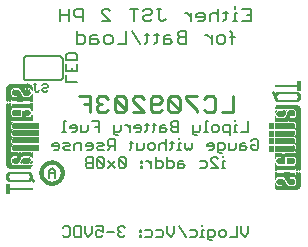
<source format=gbr>
G04 EAGLE Gerber RS-274X export*
G75*
%MOMM*%
%FSLAX34Y34*%
%LPD*%
%INSilkscreen Bottom*%
%IPPOS*%
%AMOC8*
5,1,8,0,0,1.08239X$1,22.5*%
G01*
%ADD10C,0.254000*%
%ADD11C,0.127000*%
%ADD12C,0.203200*%
%ADD13C,0.304800*%
%ADD14R,0.022863X0.462278*%
%ADD15R,0.022863X0.462281*%
%ADD16R,0.022863X0.436881*%
%ADD17R,0.023113X0.462278*%
%ADD18R,0.023113X0.462281*%
%ADD19R,0.023113X0.436881*%
%ADD20R,0.023116X0.462278*%
%ADD21R,0.023116X0.462281*%
%ADD22R,0.023116X0.436881*%
%ADD23R,0.023113X0.022863*%
%ADD24R,0.023116X0.091441*%
%ADD25R,0.023113X0.139700*%
%ADD26R,0.023116X0.185419*%
%ADD27R,0.023113X0.254000*%
%ADD28R,0.023113X0.299719*%
%ADD29R,0.023116X0.345438*%
%ADD30R,0.023113X0.391159*%
%ADD31R,0.023116X0.393700*%
%ADD32R,0.022863X0.325119*%
%ADD33R,0.022863X0.599438*%
%ADD34R,0.022863X0.622300*%
%ADD35R,0.022863X0.530859*%
%ADD36R,0.022863X0.439422*%
%ADD37R,0.022863X0.231138*%
%ADD38R,0.022863X0.071119*%
%ADD39R,0.022863X0.533400*%
%ADD40R,0.022863X0.208281*%
%ADD41R,0.023113X0.345441*%
%ADD42R,0.023113X0.576578*%
%ADD43R,0.023113X0.599438*%
%ADD44R,0.023113X0.508000*%
%ADD45R,0.023113X0.416563*%
%ADD46R,0.023113X0.208278*%
%ADD47R,0.023113X0.553722*%
%ADD48R,0.023113X0.208281*%
%ADD49R,0.023116X0.345441*%
%ADD50R,0.023116X0.530859*%
%ADD51R,0.023116X0.370841*%
%ADD52R,0.023116X0.162559*%
%ADD53R,0.023116X0.576581*%
%ADD54R,0.023116X0.208281*%
%ADD55R,0.023113X0.322578*%
%ADD56R,0.023113X0.485137*%
%ADD57R,0.023113X0.416559*%
%ADD58R,0.023113X0.347981*%
%ADD59R,0.023113X0.116838*%
%ADD60R,0.023113X0.647700*%
%ADD61R,0.023116X0.322581*%
%ADD62R,0.023116X0.485137*%
%ADD63R,0.023116X0.093978*%
%ADD64R,0.023116X0.231141*%
%ADD65R,0.023116X0.693419*%
%ADD66R,0.023113X0.322581*%
%ADD67R,0.023113X0.439419*%
%ADD68R,0.023113X0.370841*%
%ADD69R,0.023113X0.299722*%
%ADD70R,0.023113X0.045719*%
%ADD71R,0.023113X0.739138*%
%ADD72R,0.023113X0.414019*%
%ADD73R,0.023113X0.347978*%
%ADD74R,0.023113X0.762000*%
%ADD75R,0.023116X0.414019*%
%ADD76R,0.023116X0.182881*%
%ADD77R,0.023116X0.347978*%
%ADD78R,0.023116X0.276863*%
%ADD79R,0.023116X0.116841*%
%ADD80R,0.023116X0.276859*%
%ADD81R,0.023116X0.784863*%
%ADD82R,0.023113X0.325119*%
%ADD83R,0.023113X0.276863*%
%ADD84R,0.023113X0.276859*%
%ADD85R,0.023116X0.325119*%
%ADD86R,0.023116X0.391159*%
%ADD87R,0.023116X0.302259*%
%ADD88R,0.023116X0.254000*%
%ADD89R,0.023113X0.302259*%
%ADD90R,0.023113X0.393700*%
%ADD91R,0.023113X0.231141*%
%ADD92R,0.022863X0.302259*%
%ADD93R,0.022863X0.439419*%
%ADD94R,0.022863X0.368300*%
%ADD95R,0.022863X0.391159*%
%ADD96R,0.022863X0.416559*%
%ADD97R,0.022863X0.276863*%
%ADD98R,0.022863X0.205741*%
%ADD99R,0.023113X0.368300*%
%ADD100R,0.023113X0.205741*%
%ADD101R,0.023116X0.368300*%
%ADD102R,0.023116X0.205741*%
%ADD103R,0.023113X0.182881*%
%ADD104R,0.022863X0.276859*%
%ADD105R,0.022863X0.182881*%
%ADD106R,0.023113X0.924559*%
%ADD107R,0.023116X0.924559*%
%ADD108R,0.023113X0.901700*%
%ADD109R,0.023116X0.901700*%
%ADD110R,0.023113X0.878841*%
%ADD111R,0.023116X0.855981*%
%ADD112R,0.023113X0.833119*%
%ADD113R,0.022863X0.787400*%
%ADD114R,0.022863X0.414019*%
%ADD115R,0.022863X0.924559*%
%ADD116R,0.023113X0.739141*%
%ADD117R,0.023116X0.716281*%
%ADD118R,0.023116X0.299722*%
%ADD119R,0.023113X0.670559*%
%ADD120R,0.023116X0.647700*%
%ADD121R,0.023116X0.508000*%
%ADD122R,0.023116X0.299719*%
%ADD123R,0.023113X0.601981*%
%ADD124R,0.023113X0.530859*%
%ADD125R,0.023113X0.231138*%
%ADD126R,0.023113X0.556259*%
%ADD127R,0.023113X0.185419*%
%ADD128R,0.023116X0.533400*%
%ADD129R,0.023116X0.599438*%
%ADD130R,0.023116X0.416563*%
%ADD131R,0.023116X0.116838*%
%ADD132R,0.023113X0.485141*%
%ADD133R,0.023113X0.645159*%
%ADD134R,0.023113X0.716278*%
%ADD135R,0.022863X0.393700*%
%ADD136R,0.022863X0.762000*%
%ADD137R,0.022863X0.624841*%
%ADD138R,0.023113X0.784859*%
%ADD139R,0.023113X0.693422*%
%ADD140R,0.023116X0.830578*%
%ADD141R,0.023116X0.739141*%
%ADD142R,0.023113X0.876300*%
%ADD143R,0.023113X0.807722*%
%ADD144R,0.023116X0.899159*%
%ADD145R,0.023116X0.878841*%
%ADD146R,0.023113X0.922019*%
%ADD147R,0.023113X0.947419*%
%ADD148R,0.023116X0.970278*%
%ADD149R,0.023113X0.970278*%
%ADD150R,0.023116X0.439419*%
%ADD151R,0.022863X0.299722*%
%ADD152R,0.023116X0.416559*%
%ADD153R,0.023116X0.347981*%
%ADD154R,0.023113X0.137159*%
%ADD155R,0.023113X0.093978*%
%ADD156R,0.023113X0.091441*%
%ADD157R,0.023113X0.093981*%
%ADD158R,0.023113X0.114300*%
%ADD159R,0.023116X0.045719*%
%ADD160R,0.023116X0.045722*%
%ADD161R,0.023113X0.071119*%
%ADD162R,0.023113X0.116841*%
%ADD163R,0.023116X0.139700*%
%ADD164R,0.022863X0.322581*%
%ADD165R,0.022863X0.345441*%
%ADD166R,0.022863X0.162559*%
%ADD167R,0.022863X0.576581*%
%ADD168R,0.023113X0.668019*%
%ADD169R,0.023113X0.533400*%
%ADD170R,0.023116X1.455419*%
%ADD171R,0.023116X5.519419*%
%ADD172R,0.023113X1.455419*%
%ADD173R,0.023113X5.519419*%
%ADD174R,0.023116X5.494019*%
%ADD175R,0.023113X1.430019*%
%ADD176R,0.023113X5.494019*%
%ADD177R,0.023116X1.430019*%
%ADD178R,0.023116X5.471159*%
%ADD179R,0.023116X0.762000*%
%ADD180R,0.023113X1.407159*%
%ADD181R,0.023113X5.471159*%
%ADD182R,0.022863X1.384300*%
%ADD183R,0.022863X5.448300*%
%ADD184R,0.022863X0.716278*%
%ADD185R,0.022863X0.878841*%
%ADD186R,0.023113X1.361438*%
%ADD187R,0.023113X5.425438*%
%ADD188R,0.023116X1.338578*%
%ADD189R,0.023116X5.402578*%
%ADD190R,0.023116X0.624841*%
%ADD191R,0.023113X1.292859*%
%ADD192R,0.023113X5.356859*%
%ADD193R,0.023116X1.224278*%
%ADD194R,0.023116X5.288278*%
%ADD195C,0.152400*%


D10*
X194140Y123837D02*
X194140Y109855D01*
X184819Y109855D01*
X171947Y123837D02*
X169616Y121507D01*
X171947Y123837D02*
X176607Y123837D01*
X178938Y121507D01*
X178938Y112185D01*
X176607Y109855D01*
X171947Y109855D01*
X169616Y112185D01*
X163735Y123837D02*
X154414Y123837D01*
X154414Y121507D01*
X163735Y112185D01*
X163735Y109855D01*
X148533Y112185D02*
X148533Y121507D01*
X146203Y123837D01*
X141542Y123837D01*
X139212Y121507D01*
X139212Y112185D01*
X141542Y109855D01*
X146203Y109855D01*
X148533Y112185D01*
X139212Y121507D01*
X133331Y112185D02*
X131001Y109855D01*
X126340Y109855D01*
X124010Y112185D01*
X124010Y121507D01*
X126340Y123837D01*
X131001Y123837D01*
X133331Y121507D01*
X133331Y119176D01*
X131001Y116846D01*
X124010Y116846D01*
X118129Y109855D02*
X108808Y109855D01*
X118129Y109855D02*
X108808Y119176D01*
X108808Y121507D01*
X111138Y123837D01*
X115799Y123837D01*
X118129Y121507D01*
X102927Y121507D02*
X102927Y112185D01*
X102927Y121507D02*
X100596Y123837D01*
X95936Y123837D01*
X93605Y121507D01*
X93605Y112185D01*
X95936Y109855D01*
X100596Y109855D01*
X102927Y112185D01*
X93605Y121507D01*
X87725Y121507D02*
X85394Y123837D01*
X80734Y123837D01*
X78403Y121507D01*
X78403Y119176D01*
X80734Y116846D01*
X83064Y116846D01*
X80734Y116846D02*
X78403Y114516D01*
X78403Y112185D01*
X80734Y109855D01*
X85394Y109855D01*
X87725Y112185D01*
X72522Y109855D02*
X72522Y123837D01*
X63201Y123837D01*
X67862Y116846D02*
X72522Y116846D01*
D11*
X206664Y13343D02*
X206664Y7411D01*
X203698Y4445D01*
X200732Y7411D01*
X200732Y13343D01*
X197309Y13343D02*
X197309Y4445D01*
X191377Y4445D01*
X186470Y4445D02*
X183505Y4445D01*
X182022Y5928D01*
X182022Y8894D01*
X183505Y10377D01*
X186470Y10377D01*
X187953Y8894D01*
X187953Y5928D01*
X186470Y4445D01*
X175632Y1479D02*
X174149Y1479D01*
X172666Y2962D01*
X172666Y10377D01*
X177115Y10377D01*
X178598Y8894D01*
X178598Y5928D01*
X177115Y4445D01*
X172666Y4445D01*
X169243Y10377D02*
X167760Y10377D01*
X167760Y4445D01*
X169243Y4445D02*
X166277Y4445D01*
X167760Y13343D02*
X167760Y14826D01*
X161523Y10377D02*
X157075Y10377D01*
X161523Y10377D02*
X163006Y8894D01*
X163006Y5928D01*
X161523Y4445D01*
X157075Y4445D01*
X153651Y4445D02*
X147719Y13343D01*
X144296Y13343D02*
X144296Y7411D01*
X141330Y4445D01*
X138364Y7411D01*
X138364Y13343D01*
X133458Y10377D02*
X129009Y10377D01*
X133458Y10377D02*
X134941Y8894D01*
X134941Y5928D01*
X133458Y4445D01*
X129009Y4445D01*
X124103Y10377D02*
X119654Y10377D01*
X124103Y10377D02*
X125585Y8894D01*
X125585Y5928D01*
X124103Y4445D01*
X119654Y4445D01*
X116230Y10377D02*
X114747Y10377D01*
X114747Y8894D01*
X116230Y8894D01*
X116230Y10377D01*
X116230Y5928D02*
X114747Y5928D01*
X114747Y4445D01*
X116230Y4445D01*
X116230Y5928D01*
X102198Y11860D02*
X100715Y13343D01*
X97749Y13343D01*
X96266Y11860D01*
X96266Y10377D01*
X97749Y8894D01*
X99232Y8894D01*
X97749Y8894D02*
X96266Y7411D01*
X96266Y5928D01*
X97749Y4445D01*
X100715Y4445D01*
X102198Y5928D01*
X92842Y8894D02*
X86911Y8894D01*
X83487Y13343D02*
X77555Y13343D01*
X83487Y13343D02*
X83487Y8894D01*
X80521Y10377D01*
X79038Y10377D01*
X77555Y8894D01*
X77555Y5928D01*
X79038Y4445D01*
X82004Y4445D01*
X83487Y5928D01*
X74132Y7411D02*
X74132Y13343D01*
X74132Y7411D02*
X71166Y4445D01*
X68200Y7411D01*
X68200Y13343D01*
X64777Y13343D02*
X64777Y4445D01*
X60328Y4445D01*
X58845Y5928D01*
X58845Y11860D01*
X60328Y13343D01*
X64777Y13343D01*
X50973Y13343D02*
X49490Y11860D01*
X50973Y13343D02*
X53939Y13343D01*
X55422Y11860D01*
X55422Y5928D01*
X53939Y4445D01*
X50973Y4445D01*
X49490Y5928D01*
X206664Y93345D02*
X206664Y102243D01*
X206664Y93345D02*
X200732Y93345D01*
X197309Y99277D02*
X195826Y99277D01*
X195826Y93345D01*
X197309Y93345D02*
X194343Y93345D01*
X195826Y102243D02*
X195826Y103726D01*
X191072Y99277D02*
X191072Y90379D01*
X191072Y99277D02*
X186623Y99277D01*
X185140Y97794D01*
X185140Y94828D01*
X186623Y93345D01*
X191072Y93345D01*
X180234Y93345D02*
X177268Y93345D01*
X175785Y94828D01*
X175785Y97794D01*
X177268Y99277D01*
X180234Y99277D01*
X181717Y97794D01*
X181717Y94828D01*
X180234Y93345D01*
X172361Y102243D02*
X170879Y102243D01*
X170879Y93345D01*
X172361Y93345D02*
X169396Y93345D01*
X166125Y94828D02*
X166125Y99277D01*
X166125Y94828D02*
X164642Y93345D01*
X160193Y93345D01*
X160193Y91862D02*
X160193Y99277D01*
X160193Y91862D02*
X161676Y90379D01*
X163159Y90379D01*
X147414Y93345D02*
X147414Y102243D01*
X142965Y102243D01*
X141483Y100760D01*
X141483Y99277D01*
X142965Y97794D01*
X141483Y96311D01*
X141483Y94828D01*
X142965Y93345D01*
X147414Y93345D01*
X147414Y97794D02*
X142965Y97794D01*
X136576Y99277D02*
X133610Y99277D01*
X132127Y97794D01*
X132127Y93345D01*
X136576Y93345D01*
X138059Y94828D01*
X136576Y96311D01*
X132127Y96311D01*
X127221Y94828D02*
X127221Y100760D01*
X127221Y94828D02*
X125738Y93345D01*
X125738Y99277D02*
X128704Y99277D01*
X120984Y100760D02*
X120984Y94828D01*
X119501Y93345D01*
X119501Y99277D02*
X122467Y99277D01*
X114747Y93345D02*
X111782Y93345D01*
X114747Y93345D02*
X116230Y94828D01*
X116230Y97794D01*
X114747Y99277D01*
X111782Y99277D01*
X110299Y97794D01*
X110299Y96311D01*
X116230Y96311D01*
X106875Y93345D02*
X106875Y99277D01*
X106875Y96311D02*
X103909Y99277D01*
X102426Y99277D01*
X99079Y99277D02*
X99079Y94828D01*
X97596Y93345D01*
X93147Y93345D01*
X93147Y91862D02*
X93147Y99277D01*
X93147Y91862D02*
X94630Y90379D01*
X96113Y90379D01*
X80369Y93345D02*
X80369Y102243D01*
X74437Y102243D01*
X77403Y97794D02*
X80369Y97794D01*
X71014Y99277D02*
X71014Y94828D01*
X69531Y93345D01*
X65082Y93345D01*
X65082Y99277D01*
X60176Y93345D02*
X57210Y93345D01*
X60176Y93345D02*
X61658Y94828D01*
X61658Y97794D01*
X60176Y99277D01*
X57210Y99277D01*
X55727Y97794D01*
X55727Y96311D01*
X61658Y96311D01*
X52303Y102243D02*
X50820Y102243D01*
X50820Y93345D01*
X52303Y93345D02*
X49337Y93345D01*
X209308Y85520D02*
X210791Y87003D01*
X213756Y87003D01*
X215239Y85520D01*
X215239Y79588D01*
X213756Y78105D01*
X210791Y78105D01*
X209308Y79588D01*
X209308Y82554D01*
X212274Y82554D01*
X204401Y84037D02*
X201435Y84037D01*
X199952Y82554D01*
X199952Y78105D01*
X204401Y78105D01*
X205884Y79588D01*
X204401Y81071D01*
X199952Y81071D01*
X196529Y79588D02*
X196529Y84037D01*
X196529Y79588D02*
X195046Y78105D01*
X190597Y78105D01*
X190597Y84037D01*
X184208Y75139D02*
X182725Y75139D01*
X181242Y76622D01*
X181242Y84037D01*
X185691Y84037D01*
X187174Y82554D01*
X187174Y79588D01*
X185691Y78105D01*
X181242Y78105D01*
X176336Y78105D02*
X173370Y78105D01*
X176336Y78105D02*
X177819Y79588D01*
X177819Y82554D01*
X176336Y84037D01*
X173370Y84037D01*
X171887Y82554D01*
X171887Y81071D01*
X177819Y81071D01*
X159108Y79588D02*
X159108Y84037D01*
X159108Y79588D02*
X157625Y78105D01*
X156142Y79588D01*
X154659Y78105D01*
X153177Y79588D01*
X153177Y84037D01*
X149753Y84037D02*
X148270Y84037D01*
X148270Y78105D01*
X149753Y78105D02*
X146787Y78105D01*
X148270Y87003D02*
X148270Y88486D01*
X142033Y85520D02*
X142033Y79588D01*
X140550Y78105D01*
X140550Y84037D02*
X143516Y84037D01*
X137279Y87003D02*
X137279Y78105D01*
X137279Y82554D02*
X135797Y84037D01*
X132831Y84037D01*
X131348Y82554D01*
X131348Y78105D01*
X126441Y78105D02*
X123476Y78105D01*
X121993Y79588D01*
X121993Y82554D01*
X123476Y84037D01*
X126441Y84037D01*
X127924Y82554D01*
X127924Y79588D01*
X126441Y78105D01*
X118569Y79588D02*
X118569Y84037D01*
X118569Y79588D02*
X117086Y78105D01*
X112637Y78105D01*
X112637Y84037D01*
X107731Y85520D02*
X107731Y79588D01*
X106248Y78105D01*
X106248Y84037D02*
X109214Y84037D01*
X93622Y87003D02*
X93622Y78105D01*
X93622Y87003D02*
X89173Y87003D01*
X87690Y85520D01*
X87690Y82554D01*
X89173Y81071D01*
X93622Y81071D01*
X90656Y81071D02*
X87690Y78105D01*
X84267Y78105D02*
X79818Y78105D01*
X78335Y79588D01*
X79818Y81071D01*
X82784Y81071D01*
X84267Y82554D01*
X82784Y84037D01*
X78335Y84037D01*
X73429Y78105D02*
X70463Y78105D01*
X73429Y78105D02*
X74912Y79588D01*
X74912Y82554D01*
X73429Y84037D01*
X70463Y84037D01*
X68980Y82554D01*
X68980Y81071D01*
X74912Y81071D01*
X65556Y78105D02*
X65556Y84037D01*
X61108Y84037D01*
X59625Y82554D01*
X59625Y78105D01*
X56201Y78105D02*
X51752Y78105D01*
X50269Y79588D01*
X51752Y81071D01*
X54718Y81071D01*
X56201Y82554D01*
X54718Y84037D01*
X50269Y84037D01*
X45363Y78105D02*
X42397Y78105D01*
X45363Y78105D02*
X46846Y79588D01*
X46846Y82554D01*
X45363Y84037D01*
X42397Y84037D01*
X40914Y82554D01*
X40914Y81071D01*
X46846Y81071D01*
X185691Y68797D02*
X187174Y68797D01*
X185691Y68797D02*
X185691Y62865D01*
X187174Y62865D02*
X184208Y62865D01*
X185691Y71763D02*
X185691Y73246D01*
X180937Y62865D02*
X175005Y62865D01*
X180937Y62865D02*
X175005Y68797D01*
X175005Y70280D01*
X176488Y71763D01*
X179454Y71763D01*
X180937Y70280D01*
X170099Y68797D02*
X165650Y68797D01*
X170099Y68797D02*
X171582Y67314D01*
X171582Y64348D01*
X170099Y62865D01*
X165650Y62865D01*
X151389Y68797D02*
X148423Y68797D01*
X146940Y67314D01*
X146940Y62865D01*
X151389Y62865D01*
X152871Y64348D01*
X151389Y65831D01*
X146940Y65831D01*
X137585Y62865D02*
X137585Y71763D01*
X137585Y62865D02*
X142033Y62865D01*
X143516Y64348D01*
X143516Y67314D01*
X142033Y68797D01*
X137585Y68797D01*
X128229Y71763D02*
X128229Y62865D01*
X132678Y62865D01*
X134161Y64348D01*
X134161Y67314D01*
X132678Y68797D01*
X128229Y68797D01*
X124806Y68797D02*
X124806Y62865D01*
X124806Y65831D02*
X121840Y68797D01*
X120357Y68797D01*
X117010Y68797D02*
X115527Y68797D01*
X115527Y67314D01*
X117010Y67314D01*
X117010Y68797D01*
X117010Y64348D02*
X115527Y64348D01*
X115527Y62865D01*
X117010Y62865D01*
X117010Y64348D01*
X102977Y64348D02*
X102977Y70280D01*
X101494Y71763D01*
X98528Y71763D01*
X97045Y70280D01*
X97045Y64348D01*
X98528Y62865D01*
X101494Y62865D01*
X102977Y64348D01*
X97045Y70280D01*
X93622Y68797D02*
X87690Y62865D01*
X93622Y62865D02*
X87690Y68797D01*
X84267Y70280D02*
X84267Y64348D01*
X84267Y70280D02*
X82784Y71763D01*
X79818Y71763D01*
X78335Y70280D01*
X78335Y64348D01*
X79818Y62865D01*
X82784Y62865D01*
X84267Y64348D01*
X78335Y70280D01*
X74912Y71763D02*
X74912Y62865D01*
X74912Y71763D02*
X70463Y71763D01*
X68980Y70280D01*
X68980Y68797D01*
X70463Y67314D01*
X68980Y65831D01*
X68980Y64348D01*
X70463Y62865D01*
X74912Y62865D01*
X74912Y67314D02*
X70463Y67314D01*
X61603Y135192D02*
X52705Y135192D01*
X52705Y141124D01*
X61603Y144547D02*
X61603Y150479D01*
X61603Y144547D02*
X52705Y144547D01*
X52705Y150479D01*
X57154Y147513D02*
X57154Y144547D01*
X61603Y153903D02*
X52705Y153903D01*
X52705Y158351D01*
X54188Y159834D01*
X60120Y159834D01*
X61603Y158351D01*
X61603Y153903D01*
D12*
X201698Y197748D02*
X208816Y197748D01*
X208816Y187071D01*
X201698Y187071D01*
X205257Y192410D02*
X208816Y192410D01*
X197122Y194189D02*
X195343Y194189D01*
X195343Y187071D01*
X197122Y187071D02*
X193563Y187071D01*
X195343Y197748D02*
X195343Y199528D01*
X187547Y195969D02*
X187547Y188851D01*
X185767Y187071D01*
X185767Y194189D02*
X189327Y194189D01*
X181531Y197748D02*
X181531Y187071D01*
X181531Y192410D02*
X179751Y194189D01*
X176192Y194189D01*
X174412Y192410D01*
X174412Y187071D01*
X168057Y187071D02*
X164498Y187071D01*
X168057Y187071D02*
X169837Y188851D01*
X169837Y192410D01*
X168057Y194189D01*
X164498Y194189D01*
X162719Y192410D01*
X162719Y190630D01*
X169837Y190630D01*
X158143Y187071D02*
X158143Y194189D01*
X158143Y190630D02*
X154584Y194189D01*
X152804Y194189D01*
X136704Y188851D02*
X134924Y187071D01*
X133145Y187071D01*
X131365Y188851D01*
X131365Y197748D01*
X129586Y197748D02*
X133145Y197748D01*
X119671Y197748D02*
X117892Y195969D01*
X119671Y197748D02*
X123230Y197748D01*
X125010Y195969D01*
X125010Y194189D01*
X123230Y192410D01*
X119671Y192410D01*
X117892Y190630D01*
X117892Y188851D01*
X119671Y187071D01*
X123230Y187071D01*
X125010Y188851D01*
X109757Y187071D02*
X109757Y197748D01*
X113316Y197748D02*
X106198Y197748D01*
X89928Y187071D02*
X82810Y187071D01*
X89928Y187071D02*
X82810Y194189D01*
X82810Y195969D01*
X84589Y197748D01*
X88148Y197748D01*
X89928Y195969D01*
X66540Y197748D02*
X66540Y187071D01*
X66540Y197748D02*
X61201Y197748D01*
X59422Y195969D01*
X59422Y192410D01*
X61201Y190630D01*
X66540Y190630D01*
X54846Y187071D02*
X54846Y197748D01*
X54846Y192410D02*
X47728Y192410D01*
X47728Y197748D02*
X47728Y187071D01*
X193394Y176919D02*
X193394Y168021D01*
X193394Y176919D02*
X191614Y178698D01*
X191614Y173360D02*
X195173Y173360D01*
X185598Y168021D02*
X182039Y168021D01*
X180259Y169801D01*
X180259Y173360D01*
X182039Y175139D01*
X185598Y175139D01*
X187378Y173360D01*
X187378Y169801D01*
X185598Y168021D01*
X175684Y168021D02*
X175684Y175139D01*
X175684Y171580D02*
X172125Y175139D01*
X170345Y175139D01*
X154245Y178698D02*
X154245Y168021D01*
X154245Y178698D02*
X148906Y178698D01*
X147127Y176919D01*
X147127Y175139D01*
X148906Y173360D01*
X147127Y171580D01*
X147127Y169801D01*
X148906Y168021D01*
X154245Y168021D01*
X154245Y173360D02*
X148906Y173360D01*
X140771Y175139D02*
X137212Y175139D01*
X135433Y173360D01*
X135433Y168021D01*
X140771Y168021D01*
X142551Y169801D01*
X140771Y171580D01*
X135433Y171580D01*
X129077Y169801D02*
X129077Y176919D01*
X129077Y169801D02*
X127298Y168021D01*
X127298Y175139D02*
X130857Y175139D01*
X121281Y176919D02*
X121281Y169801D01*
X119502Y168021D01*
X119502Y175139D02*
X123061Y175139D01*
X115265Y168021D02*
X108147Y178698D01*
X103571Y178698D02*
X103571Y168021D01*
X96453Y168021D01*
X90097Y168021D02*
X86538Y168021D01*
X84759Y169801D01*
X84759Y173360D01*
X86538Y175139D01*
X90097Y175139D01*
X91877Y173360D01*
X91877Y169801D01*
X90097Y168021D01*
X78403Y175139D02*
X74844Y175139D01*
X73065Y173360D01*
X73065Y168021D01*
X78403Y168021D01*
X80183Y169801D01*
X78403Y171580D01*
X73065Y171580D01*
X61371Y168021D02*
X61371Y178698D01*
X61371Y168021D02*
X66709Y168021D01*
X68489Y169801D01*
X68489Y173360D01*
X66709Y175139D01*
X61371Y175139D01*
D13*
X31660Y58420D02*
X31663Y58640D01*
X31671Y58861D01*
X31684Y59081D01*
X31703Y59300D01*
X31728Y59519D01*
X31757Y59738D01*
X31792Y59955D01*
X31833Y60172D01*
X31878Y60388D01*
X31929Y60602D01*
X31985Y60815D01*
X32047Y61027D01*
X32113Y61237D01*
X32185Y61445D01*
X32262Y61652D01*
X32344Y61856D01*
X32430Y62059D01*
X32522Y62259D01*
X32619Y62458D01*
X32720Y62653D01*
X32827Y62846D01*
X32938Y63037D01*
X33053Y63224D01*
X33173Y63409D01*
X33298Y63591D01*
X33427Y63769D01*
X33561Y63945D01*
X33698Y64117D01*
X33840Y64285D01*
X33986Y64451D01*
X34136Y64612D01*
X34290Y64770D01*
X34448Y64924D01*
X34609Y65074D01*
X34775Y65220D01*
X34943Y65362D01*
X35115Y65499D01*
X35291Y65633D01*
X35469Y65762D01*
X35651Y65887D01*
X35836Y66007D01*
X36023Y66122D01*
X36214Y66233D01*
X36407Y66340D01*
X36602Y66441D01*
X36801Y66538D01*
X37001Y66630D01*
X37204Y66716D01*
X37408Y66798D01*
X37615Y66875D01*
X37823Y66947D01*
X38033Y67013D01*
X38245Y67075D01*
X38458Y67131D01*
X38672Y67182D01*
X38888Y67227D01*
X39105Y67268D01*
X39322Y67303D01*
X39541Y67332D01*
X39760Y67357D01*
X39979Y67376D01*
X40199Y67389D01*
X40420Y67397D01*
X40640Y67400D01*
X40860Y67397D01*
X41081Y67389D01*
X41301Y67376D01*
X41520Y67357D01*
X41739Y67332D01*
X41958Y67303D01*
X42175Y67268D01*
X42392Y67227D01*
X42608Y67182D01*
X42822Y67131D01*
X43035Y67075D01*
X43247Y67013D01*
X43457Y66947D01*
X43665Y66875D01*
X43872Y66798D01*
X44076Y66716D01*
X44279Y66630D01*
X44479Y66538D01*
X44678Y66441D01*
X44873Y66340D01*
X45066Y66233D01*
X45257Y66122D01*
X45444Y66007D01*
X45629Y65887D01*
X45811Y65762D01*
X45989Y65633D01*
X46165Y65499D01*
X46337Y65362D01*
X46505Y65220D01*
X46671Y65074D01*
X46832Y64924D01*
X46990Y64770D01*
X47144Y64612D01*
X47294Y64451D01*
X47440Y64285D01*
X47582Y64117D01*
X47719Y63945D01*
X47853Y63769D01*
X47982Y63591D01*
X48107Y63409D01*
X48227Y63224D01*
X48342Y63037D01*
X48453Y62846D01*
X48560Y62653D01*
X48661Y62458D01*
X48758Y62259D01*
X48850Y62059D01*
X48936Y61856D01*
X49018Y61652D01*
X49095Y61445D01*
X49167Y61237D01*
X49233Y61027D01*
X49295Y60815D01*
X49351Y60602D01*
X49402Y60388D01*
X49447Y60172D01*
X49488Y59955D01*
X49523Y59738D01*
X49552Y59519D01*
X49577Y59300D01*
X49596Y59081D01*
X49609Y58861D01*
X49617Y58640D01*
X49620Y58420D01*
X49617Y58200D01*
X49609Y57979D01*
X49596Y57759D01*
X49577Y57540D01*
X49552Y57321D01*
X49523Y57102D01*
X49488Y56885D01*
X49447Y56668D01*
X49402Y56452D01*
X49351Y56238D01*
X49295Y56025D01*
X49233Y55813D01*
X49167Y55603D01*
X49095Y55395D01*
X49018Y55188D01*
X48936Y54984D01*
X48850Y54781D01*
X48758Y54581D01*
X48661Y54382D01*
X48560Y54187D01*
X48453Y53994D01*
X48342Y53803D01*
X48227Y53616D01*
X48107Y53431D01*
X47982Y53249D01*
X47853Y53071D01*
X47719Y52895D01*
X47582Y52723D01*
X47440Y52555D01*
X47294Y52389D01*
X47144Y52228D01*
X46990Y52070D01*
X46832Y51916D01*
X46671Y51766D01*
X46505Y51620D01*
X46337Y51478D01*
X46165Y51341D01*
X45989Y51207D01*
X45811Y51078D01*
X45629Y50953D01*
X45444Y50833D01*
X45257Y50718D01*
X45066Y50607D01*
X44873Y50500D01*
X44678Y50399D01*
X44479Y50302D01*
X44279Y50210D01*
X44076Y50124D01*
X43872Y50042D01*
X43665Y49965D01*
X43457Y49893D01*
X43247Y49827D01*
X43035Y49765D01*
X42822Y49709D01*
X42608Y49658D01*
X42392Y49613D01*
X42175Y49572D01*
X41958Y49537D01*
X41739Y49508D01*
X41520Y49483D01*
X41301Y49464D01*
X41081Y49451D01*
X40860Y49443D01*
X40640Y49440D01*
X40420Y49443D01*
X40199Y49451D01*
X39979Y49464D01*
X39760Y49483D01*
X39541Y49508D01*
X39322Y49537D01*
X39105Y49572D01*
X38888Y49613D01*
X38672Y49658D01*
X38458Y49709D01*
X38245Y49765D01*
X38033Y49827D01*
X37823Y49893D01*
X37615Y49965D01*
X37408Y50042D01*
X37204Y50124D01*
X37001Y50210D01*
X36801Y50302D01*
X36602Y50399D01*
X36407Y50500D01*
X36214Y50607D01*
X36023Y50718D01*
X35836Y50833D01*
X35651Y50953D01*
X35469Y51078D01*
X35291Y51207D01*
X35115Y51341D01*
X34943Y51478D01*
X34775Y51620D01*
X34609Y51766D01*
X34448Y51916D01*
X34290Y52070D01*
X34136Y52228D01*
X33986Y52389D01*
X33840Y52555D01*
X33698Y52723D01*
X33561Y52895D01*
X33427Y53071D01*
X33298Y53249D01*
X33173Y53431D01*
X33053Y53616D01*
X32938Y53803D01*
X32827Y53994D01*
X32720Y54187D01*
X32619Y54382D01*
X32522Y54581D01*
X32430Y54781D01*
X32344Y54984D01*
X32262Y55188D01*
X32185Y55395D01*
X32113Y55603D01*
X32047Y55813D01*
X31985Y56025D01*
X31929Y56238D01*
X31878Y56452D01*
X31833Y56668D01*
X31792Y56885D01*
X31757Y57102D01*
X31728Y57321D01*
X31703Y57540D01*
X31684Y57759D01*
X31671Y57979D01*
X31663Y58200D01*
X31660Y58420D01*
D12*
X43180Y59779D02*
X43180Y54356D01*
X43180Y59779D02*
X40468Y62491D01*
X37757Y59779D01*
X37757Y54356D01*
X37757Y58423D02*
X43180Y58423D01*
D14*
X224790Y79197D03*
D15*
X224790Y85446D03*
X224790Y91669D03*
D16*
X224790Y98019D03*
D17*
X225020Y79197D03*
D18*
X225020Y85446D03*
X225020Y91669D03*
D19*
X225020Y98019D03*
D20*
X225251Y79197D03*
D21*
X225251Y85446D03*
X225251Y91669D03*
D22*
X225251Y98019D03*
D17*
X225482Y79197D03*
D18*
X225482Y85446D03*
X225482Y91669D03*
D19*
X225482Y98019D03*
D20*
X225713Y79197D03*
D21*
X225713Y85446D03*
X225713Y91669D03*
D22*
X225713Y98019D03*
D17*
X225944Y79197D03*
D18*
X225944Y85446D03*
X225944Y91669D03*
D19*
X225944Y98019D03*
D17*
X226176Y79197D03*
D18*
X226176Y85446D03*
X226176Y91669D03*
D19*
X226176Y98019D03*
D20*
X226407Y79197D03*
D21*
X226407Y85446D03*
X226407Y91669D03*
D22*
X226407Y98019D03*
D17*
X226638Y79197D03*
D18*
X226638Y85446D03*
X226638Y91669D03*
D19*
X226638Y98019D03*
D20*
X226869Y79197D03*
D21*
X226869Y85446D03*
X226869Y91669D03*
D22*
X226869Y98019D03*
D17*
X227100Y79197D03*
D18*
X227100Y85446D03*
X227100Y91669D03*
D19*
X227100Y98019D03*
D14*
X227330Y79197D03*
D15*
X227330Y85446D03*
X227330Y91669D03*
D16*
X227330Y98019D03*
D17*
X227560Y79197D03*
D18*
X227560Y85446D03*
X227560Y91669D03*
D19*
X227560Y98019D03*
D23*
X227560Y126429D03*
D20*
X227791Y79197D03*
D21*
X227791Y85446D03*
X227791Y91669D03*
D22*
X227791Y98019D03*
D24*
X227791Y126314D03*
D17*
X228022Y79197D03*
D18*
X228022Y85446D03*
X228022Y91669D03*
D19*
X228022Y98019D03*
D25*
X228022Y126073D03*
D20*
X228253Y79197D03*
D21*
X228253Y85446D03*
X228253Y91669D03*
D22*
X228253Y98019D03*
D26*
X228253Y126073D03*
D17*
X228484Y79197D03*
D18*
X228484Y85446D03*
X228484Y91669D03*
D19*
X228484Y98019D03*
D27*
X228484Y125959D03*
D17*
X228716Y79197D03*
D18*
X228716Y85446D03*
X228716Y91669D03*
D19*
X228716Y98019D03*
D28*
X228716Y125730D03*
D20*
X228947Y79197D03*
D21*
X228947Y85446D03*
X228947Y91669D03*
D22*
X228947Y98019D03*
D29*
X228947Y125730D03*
D30*
X229178Y125501D03*
D31*
X229409Y125032D03*
D17*
X229640Y124003D03*
D32*
X229870Y48031D03*
D33*
X229870Y55880D03*
D34*
X229870Y63614D03*
D35*
X229870Y72631D03*
D14*
X229870Y79197D03*
D15*
X229870Y85446D03*
X229870Y91669D03*
D16*
X229870Y98019D03*
D36*
X229870Y104254D03*
D37*
X229870Y109919D03*
D38*
X229870Y113030D03*
D39*
X229870Y123190D03*
D40*
X229870Y132436D03*
D41*
X230100Y47676D03*
D42*
X230100Y55994D03*
D43*
X230100Y63500D03*
D44*
X230100Y72746D03*
D17*
X230100Y79197D03*
D18*
X230100Y85446D03*
X230100Y91669D03*
D19*
X230100Y98019D03*
D45*
X230100Y104140D03*
D46*
X230100Y110033D03*
D25*
X230100Y113373D03*
D47*
X230100Y122606D03*
D48*
X230100Y132436D03*
D49*
X230331Y47219D03*
D50*
X230331Y56223D03*
X230331Y63157D03*
D20*
X230331Y72974D03*
X230331Y79197D03*
D21*
X230331Y85446D03*
X230331Y91669D03*
D22*
X230331Y98019D03*
D51*
X230331Y103911D03*
D52*
X230331Y110261D03*
D26*
X230331Y113602D03*
D53*
X230331Y122492D03*
D54*
X230331Y132436D03*
D55*
X230562Y46876D03*
D56*
X230562Y56452D03*
D44*
X230562Y63043D03*
D57*
X230562Y73203D03*
D17*
X230562Y79197D03*
D18*
X230562Y85446D03*
X230562Y91669D03*
D19*
X230562Y98019D03*
D58*
X230562Y103797D03*
D59*
X230562Y110490D03*
D46*
X230562Y113716D03*
D60*
X230562Y122619D03*
D48*
X230562Y132436D03*
D61*
X230793Y46647D03*
D20*
X230793Y56566D03*
D62*
X230793Y62929D03*
D31*
X230793Y73317D03*
D20*
X230793Y79197D03*
D21*
X230793Y85446D03*
X230793Y91669D03*
D22*
X230793Y98019D03*
D61*
X230793Y103670D03*
D63*
X230793Y110604D03*
D64*
X230793Y113830D03*
D65*
X230793Y122619D03*
D54*
X230793Y132436D03*
D66*
X231024Y46419D03*
D67*
X231024Y56680D03*
D17*
X231024Y62814D03*
D68*
X231024Y73431D03*
D17*
X231024Y79197D03*
D18*
X231024Y85446D03*
X231024Y91669D03*
D19*
X231024Y98019D03*
D69*
X231024Y103556D03*
D70*
X231024Y110846D03*
D27*
X231024Y113944D03*
D71*
X231024Y122619D03*
D48*
X231024Y132436D03*
D66*
X231256Y46190D03*
D72*
X231256Y56807D03*
D67*
X231256Y62700D03*
D73*
X231256Y73546D03*
D17*
X231256Y79197D03*
D18*
X231256Y85446D03*
X231256Y91669D03*
D19*
X231256Y98019D03*
D69*
X231256Y103556D03*
D27*
X231256Y113944D03*
D74*
X231256Y122504D03*
D48*
X231256Y132436D03*
D61*
X231487Y46190D03*
D64*
X231487Y51270D03*
D75*
X231487Y56807D03*
X231487Y62573D03*
D76*
X231487Y68351D03*
D77*
X231487Y73546D03*
D20*
X231487Y79197D03*
D21*
X231487Y85446D03*
X231487Y91669D03*
D22*
X231487Y98019D03*
D78*
X231487Y103442D03*
D79*
X231487Y108179D03*
D80*
X231487Y114059D03*
D81*
X231487Y122619D03*
D54*
X231487Y132436D03*
D82*
X231718Y45949D03*
D66*
X231718Y51270D03*
D30*
X231718Y56921D03*
D72*
X231718Y62573D03*
D82*
X231718Y68351D03*
X231718Y73660D03*
D17*
X231718Y79197D03*
D18*
X231718Y85446D03*
X231718Y91669D03*
D19*
X231718Y98019D03*
D83*
X231718Y103442D03*
D84*
X231718Y108293D03*
X231718Y114059D03*
D83*
X231718Y120079D03*
D84*
X231718Y125387D03*
D48*
X231718Y132436D03*
D85*
X231949Y45949D03*
D51*
X231949Y51257D03*
D86*
X231949Y56921D03*
D75*
X231949Y62573D03*
D51*
X231949Y68351D03*
D85*
X231949Y73660D03*
D20*
X231949Y79197D03*
D21*
X231949Y85446D03*
X231949Y91669D03*
D22*
X231949Y98019D03*
D78*
X231949Y103442D03*
D49*
X231949Y108407D03*
D87*
X231949Y114186D03*
D88*
X231949Y119736D03*
D64*
X231949Y125616D03*
D54*
X231949Y132436D03*
D82*
X232180Y45949D03*
D57*
X232180Y51257D03*
D30*
X232180Y56921D03*
X232180Y62459D03*
D57*
X232180Y68351D03*
D89*
X232180Y73774D03*
D17*
X232180Y79197D03*
D18*
X232180Y85446D03*
X232180Y91669D03*
D19*
X232180Y98019D03*
D83*
X232180Y103442D03*
D90*
X232180Y108649D03*
D89*
X232180Y114186D03*
D91*
X232180Y119621D03*
D48*
X232180Y125730D03*
X232180Y132436D03*
D92*
X232410Y45834D03*
D93*
X232410Y51143D03*
D94*
X232410Y57036D03*
D95*
X232410Y62459D03*
D96*
X232410Y68351D03*
D92*
X232410Y73774D03*
D14*
X232410Y79197D03*
D15*
X232410Y85446D03*
X232410Y91669D03*
D16*
X232410Y98019D03*
D97*
X232410Y103442D03*
D93*
X232410Y108649D03*
D92*
X232410Y114186D03*
D98*
X232410Y119494D03*
D40*
X232410Y125730D03*
X232410Y132436D03*
D89*
X232640Y45834D03*
D17*
X232640Y51257D03*
D99*
X232640Y57036D03*
D30*
X232640Y62459D03*
D18*
X232640Y68351D03*
D89*
X232640Y73774D03*
D17*
X232640Y79197D03*
D18*
X232640Y85446D03*
X232640Y91669D03*
D19*
X232640Y98019D03*
D83*
X232640Y103442D03*
D17*
X232640Y108763D03*
D89*
X232640Y114186D03*
D100*
X232640Y119494D03*
D48*
X232640Y125959D03*
X232640Y132436D03*
D87*
X232871Y45834D03*
D20*
X232871Y51257D03*
D101*
X232871Y57036D03*
D86*
X232871Y62459D03*
D21*
X232871Y68351D03*
D87*
X232871Y73774D03*
D20*
X232871Y79197D03*
D21*
X232871Y85446D03*
X232871Y91669D03*
D22*
X232871Y98019D03*
D78*
X232871Y103442D03*
D20*
X232871Y108763D03*
D87*
X232871Y114186D03*
D102*
X232871Y119494D03*
D54*
X232871Y125959D03*
X232871Y132436D03*
D89*
X233102Y45834D03*
D17*
X233102Y51257D03*
D99*
X233102Y57036D03*
X233102Y62344D03*
D18*
X233102Y68351D03*
D89*
X233102Y73774D03*
D17*
X233102Y79197D03*
D18*
X233102Y85446D03*
X233102Y91669D03*
D19*
X233102Y98019D03*
D83*
X233102Y103442D03*
D17*
X233102Y108763D03*
D89*
X233102Y114186D03*
D100*
X233102Y119494D03*
D48*
X233102Y125959D03*
X233102Y132436D03*
D87*
X233333Y45834D03*
D20*
X233333Y51257D03*
D101*
X233333Y57036D03*
X233333Y62344D03*
D21*
X233333Y68351D03*
D87*
X233333Y73774D03*
D20*
X233333Y79197D03*
D21*
X233333Y85446D03*
X233333Y91669D03*
D22*
X233333Y98019D03*
D78*
X233333Y103442D03*
D20*
X233333Y108763D03*
D87*
X233333Y114186D03*
D76*
X233333Y119380D03*
D54*
X233333Y125959D03*
X233333Y132436D03*
D89*
X233564Y45834D03*
D17*
X233564Y51257D03*
D99*
X233564Y57036D03*
X233564Y62344D03*
D18*
X233564Y68351D03*
D89*
X233564Y73774D03*
D17*
X233564Y79197D03*
D18*
X233564Y85446D03*
X233564Y91669D03*
D19*
X233564Y98019D03*
D83*
X233564Y103442D03*
D17*
X233564Y108763D03*
D89*
X233564Y114186D03*
D103*
X233564Y119380D03*
D48*
X233564Y125959D03*
X233564Y132436D03*
D89*
X233796Y45834D03*
D17*
X233796Y51257D03*
D99*
X233796Y57036D03*
X233796Y62344D03*
D18*
X233796Y68351D03*
D84*
X233796Y73901D03*
D17*
X233796Y79197D03*
D18*
X233796Y85446D03*
X233796Y91669D03*
D19*
X233796Y98019D03*
D83*
X233796Y103442D03*
D17*
X233796Y108763D03*
D89*
X233796Y114186D03*
D103*
X233796Y119380D03*
D48*
X233796Y125959D03*
X233796Y132436D03*
D87*
X234027Y45834D03*
D20*
X234027Y51257D03*
D101*
X234027Y57036D03*
X234027Y62344D03*
D21*
X234027Y68351D03*
D80*
X234027Y73901D03*
D20*
X234027Y79197D03*
D21*
X234027Y85446D03*
X234027Y91669D03*
D22*
X234027Y98019D03*
D78*
X234027Y103442D03*
D20*
X234027Y108763D03*
D87*
X234027Y114186D03*
D76*
X234027Y119380D03*
D54*
X234027Y125959D03*
X234027Y132436D03*
D89*
X234258Y45834D03*
D17*
X234258Y51257D03*
D99*
X234258Y57036D03*
X234258Y62344D03*
D18*
X234258Y68351D03*
D84*
X234258Y73901D03*
D17*
X234258Y79197D03*
D18*
X234258Y85446D03*
X234258Y91669D03*
D19*
X234258Y98019D03*
D83*
X234258Y103442D03*
D17*
X234258Y108763D03*
D89*
X234258Y114186D03*
D103*
X234258Y119380D03*
D48*
X234258Y125959D03*
X234258Y132436D03*
D87*
X234489Y45834D03*
D20*
X234489Y51257D03*
D101*
X234489Y57036D03*
X234489Y62344D03*
D21*
X234489Y68351D03*
D80*
X234489Y73901D03*
D20*
X234489Y79197D03*
D21*
X234489Y85446D03*
X234489Y91669D03*
D22*
X234489Y98019D03*
D78*
X234489Y103442D03*
D20*
X234489Y108763D03*
D87*
X234489Y114186D03*
D76*
X234489Y119380D03*
D54*
X234489Y125959D03*
X234489Y132436D03*
D89*
X234720Y45834D03*
D17*
X234720Y51257D03*
D99*
X234720Y57036D03*
X234720Y62344D03*
D18*
X234720Y68351D03*
D84*
X234720Y73901D03*
D17*
X234720Y79197D03*
D18*
X234720Y85446D03*
X234720Y91669D03*
D19*
X234720Y98019D03*
D83*
X234720Y103442D03*
D17*
X234720Y108763D03*
D89*
X234720Y114186D03*
D103*
X234720Y119380D03*
D48*
X234720Y125959D03*
X234720Y132436D03*
D92*
X234950Y45834D03*
D14*
X234950Y51257D03*
D94*
X234950Y57036D03*
X234950Y62344D03*
D15*
X234950Y68351D03*
D104*
X234950Y73901D03*
D14*
X234950Y79197D03*
D15*
X234950Y85446D03*
X234950Y91669D03*
D16*
X234950Y98019D03*
D97*
X234950Y103442D03*
D14*
X234950Y108763D03*
D92*
X234950Y114186D03*
D105*
X234950Y119380D03*
D40*
X234950Y125959D03*
X234950Y132436D03*
D89*
X235180Y45834D03*
D17*
X235180Y51257D03*
D99*
X235180Y57036D03*
X235180Y62344D03*
D18*
X235180Y68351D03*
D84*
X235180Y73901D03*
D17*
X235180Y79197D03*
D18*
X235180Y85446D03*
X235180Y91669D03*
D19*
X235180Y98019D03*
D83*
X235180Y103442D03*
D17*
X235180Y108763D03*
D89*
X235180Y114186D03*
D103*
X235180Y119380D03*
D48*
X235180Y125959D03*
X235180Y132436D03*
D87*
X235411Y45834D03*
D20*
X235411Y51257D03*
D101*
X235411Y57036D03*
X235411Y62344D03*
D21*
X235411Y68351D03*
D80*
X235411Y73901D03*
D20*
X235411Y79197D03*
D21*
X235411Y85446D03*
X235411Y91669D03*
D22*
X235411Y98019D03*
D78*
X235411Y103442D03*
D20*
X235411Y108763D03*
D87*
X235411Y114186D03*
D76*
X235411Y119380D03*
D54*
X235411Y125959D03*
X235411Y132436D03*
D89*
X235642Y45834D03*
D17*
X235642Y51257D03*
D99*
X235642Y57036D03*
X235642Y62344D03*
D106*
X235642Y70663D03*
D17*
X235642Y79197D03*
D18*
X235642Y85446D03*
X235642Y91669D03*
D19*
X235642Y98019D03*
D83*
X235642Y103442D03*
D17*
X235642Y108763D03*
D89*
X235642Y114186D03*
D103*
X235642Y119380D03*
D48*
X235642Y125959D03*
X235642Y132436D03*
D87*
X235873Y45834D03*
D20*
X235873Y51257D03*
D101*
X235873Y57036D03*
X235873Y62344D03*
D107*
X235873Y70663D03*
D20*
X235873Y79197D03*
D21*
X235873Y85446D03*
X235873Y91669D03*
D22*
X235873Y98019D03*
D78*
X235873Y103442D03*
D20*
X235873Y108763D03*
D87*
X235873Y114186D03*
D76*
X235873Y119380D03*
D54*
X235873Y125959D03*
X235873Y132436D03*
D89*
X236104Y45834D03*
D67*
X236104Y51143D03*
D99*
X236104Y57036D03*
X236104Y62344D03*
D106*
X236104Y70663D03*
D17*
X236104Y79197D03*
D18*
X236104Y85446D03*
X236104Y91669D03*
D19*
X236104Y98019D03*
D83*
X236104Y103442D03*
D17*
X236104Y108763D03*
D89*
X236104Y114186D03*
D103*
X236104Y119380D03*
D48*
X236104Y125959D03*
X236104Y132436D03*
D108*
X236336Y48832D03*
D99*
X236336Y57036D03*
X236336Y62344D03*
D106*
X236336Y70663D03*
D17*
X236336Y79197D03*
D18*
X236336Y85446D03*
X236336Y91669D03*
D19*
X236336Y98019D03*
D83*
X236336Y103442D03*
D17*
X236336Y108763D03*
D89*
X236336Y114186D03*
D103*
X236336Y119380D03*
D48*
X236336Y125959D03*
X236336Y132436D03*
D109*
X236567Y48832D03*
D101*
X236567Y57036D03*
X236567Y62344D03*
D107*
X236567Y70663D03*
D20*
X236567Y79197D03*
D21*
X236567Y85446D03*
X236567Y91669D03*
D22*
X236567Y98019D03*
D78*
X236567Y103442D03*
D20*
X236567Y108763D03*
D87*
X236567Y114186D03*
D76*
X236567Y119380D03*
D54*
X236567Y125959D03*
X236567Y132436D03*
D110*
X236798Y48717D03*
D30*
X236798Y56921D03*
D99*
X236798Y62344D03*
D106*
X236798Y70663D03*
D17*
X236798Y79197D03*
D18*
X236798Y85446D03*
X236798Y91669D03*
D19*
X236798Y98019D03*
D83*
X236798Y103442D03*
D17*
X236798Y108763D03*
D89*
X236798Y114186D03*
D103*
X236798Y119380D03*
D48*
X236798Y125959D03*
X236798Y132436D03*
D111*
X237029Y48603D03*
D86*
X237029Y56921D03*
D101*
X237029Y62344D03*
D107*
X237029Y70663D03*
D20*
X237029Y79197D03*
D21*
X237029Y85446D03*
X237029Y91669D03*
D22*
X237029Y98019D03*
D78*
X237029Y103442D03*
D20*
X237029Y108763D03*
D87*
X237029Y114186D03*
D76*
X237029Y119380D03*
D54*
X237029Y125959D03*
X237029Y132436D03*
D112*
X237260Y48489D03*
D72*
X237260Y56807D03*
D99*
X237260Y62344D03*
D106*
X237260Y70663D03*
D17*
X237260Y79197D03*
D18*
X237260Y85446D03*
X237260Y91669D03*
D19*
X237260Y98019D03*
D83*
X237260Y103442D03*
D67*
X237260Y108877D03*
D89*
X237260Y114186D03*
D103*
X237260Y119380D03*
D48*
X237260Y125959D03*
X237260Y132436D03*
D113*
X237490Y48260D03*
D114*
X237490Y56807D03*
D94*
X237490Y62344D03*
D115*
X237490Y70663D03*
D14*
X237490Y79197D03*
D15*
X237490Y85446D03*
X237490Y91669D03*
D16*
X237490Y98019D03*
D97*
X237490Y103442D03*
D93*
X237490Y108877D03*
D92*
X237490Y114186D03*
D105*
X237490Y119380D03*
D40*
X237490Y125959D03*
X237490Y132436D03*
D116*
X237720Y48019D03*
D67*
X237720Y56680D03*
D99*
X237720Y62344D03*
D106*
X237720Y70663D03*
D17*
X237720Y79197D03*
D18*
X237720Y85446D03*
X237720Y91669D03*
D19*
X237720Y98019D03*
D69*
X237720Y103556D03*
D57*
X237720Y108991D03*
D89*
X237720Y114186D03*
D103*
X237720Y119380D03*
D48*
X237720Y125959D03*
X237720Y132436D03*
D117*
X237951Y47904D03*
D20*
X237951Y56566D03*
D101*
X237951Y62344D03*
D107*
X237951Y70663D03*
D20*
X237951Y79197D03*
D21*
X237951Y85446D03*
X237951Y91669D03*
D22*
X237951Y98019D03*
D118*
X237951Y103556D03*
D31*
X237951Y109106D03*
D87*
X237951Y114186D03*
D76*
X237951Y119380D03*
D54*
X237951Y125959D03*
X237951Y132436D03*
D119*
X238182Y47676D03*
D56*
X238182Y56452D03*
D99*
X238182Y62344D03*
D106*
X238182Y70663D03*
D17*
X238182Y79197D03*
D18*
X238182Y85446D03*
X238182Y91669D03*
D19*
X238182Y98019D03*
D66*
X238182Y103670D03*
D73*
X238182Y109334D03*
D89*
X238182Y114186D03*
D103*
X238182Y119380D03*
D48*
X238182Y125959D03*
X238182Y132436D03*
D120*
X238413Y47562D03*
D121*
X238413Y56337D03*
D101*
X238413Y62344D03*
D80*
X238413Y73901D03*
D20*
X238413Y79197D03*
D21*
X238413Y85446D03*
X238413Y91669D03*
D22*
X238413Y98019D03*
D61*
X238413Y103670D03*
D122*
X238413Y109576D03*
D87*
X238413Y114186D03*
D76*
X238413Y119380D03*
D54*
X238413Y125959D03*
X238413Y132436D03*
D123*
X238644Y47333D03*
D124*
X238644Y56223D03*
D99*
X238644Y62344D03*
D84*
X238644Y73901D03*
D17*
X238644Y79197D03*
D18*
X238644Y85446D03*
X238644Y91669D03*
D19*
X238644Y98019D03*
D58*
X238644Y103797D03*
D125*
X238644Y109919D03*
D89*
X238644Y114186D03*
D103*
X238644Y119380D03*
D48*
X238644Y125959D03*
X238644Y132436D03*
D126*
X238876Y47104D03*
D42*
X238876Y55994D03*
D99*
X238876Y62344D03*
D84*
X238876Y73901D03*
D17*
X238876Y79197D03*
D18*
X238876Y85446D03*
X238876Y91669D03*
D19*
X238876Y98019D03*
D68*
X238876Y103911D03*
D127*
X238876Y110147D03*
D89*
X238876Y114186D03*
D103*
X238876Y119380D03*
D48*
X238876Y125959D03*
X238876Y132436D03*
D128*
X239107Y46990D03*
D129*
X239107Y55880D03*
D101*
X239107Y62344D03*
D80*
X239107Y73901D03*
D20*
X239107Y79197D03*
D21*
X239107Y85446D03*
X239107Y91669D03*
D22*
X239107Y98019D03*
D130*
X239107Y104140D03*
D131*
X239107Y110490D03*
D87*
X239107Y114186D03*
D76*
X239107Y119380D03*
D54*
X239107Y125959D03*
X239107Y132436D03*
D132*
X239338Y46749D03*
D133*
X239338Y55651D03*
D99*
X239338Y62344D03*
D84*
X239338Y73901D03*
D17*
X239338Y79197D03*
D18*
X239338Y85446D03*
X239338Y91669D03*
D19*
X239338Y98019D03*
D18*
X239338Y104369D03*
D70*
X239338Y110846D03*
D89*
X239338Y114186D03*
D103*
X239338Y119380D03*
D48*
X239338Y125959D03*
X239338Y132436D03*
D21*
X239569Y46634D03*
D65*
X239569Y55410D03*
D101*
X239569Y62344D03*
D80*
X239569Y73901D03*
D20*
X239569Y79197D03*
D21*
X239569Y85446D03*
X239569Y91669D03*
D22*
X239569Y98019D03*
D121*
X239569Y104597D03*
D87*
X239569Y114186D03*
D76*
X239569Y119380D03*
D54*
X239569Y125959D03*
X239569Y132436D03*
D57*
X239800Y46406D03*
D134*
X239800Y55296D03*
D99*
X239800Y62344D03*
D84*
X239800Y73901D03*
D17*
X239800Y79197D03*
D18*
X239800Y85446D03*
X239800Y91669D03*
D19*
X239800Y98019D03*
D47*
X239800Y104826D03*
D89*
X239800Y114186D03*
D103*
X239800Y119380D03*
D48*
X239800Y125959D03*
X239800Y132436D03*
D135*
X240030Y46292D03*
D136*
X240030Y55067D03*
D94*
X240030Y62344D03*
D15*
X240030Y68351D03*
D104*
X240030Y73901D03*
D14*
X240030Y79197D03*
D15*
X240030Y85446D03*
X240030Y91669D03*
D16*
X240030Y98019D03*
D137*
X240030Y105181D03*
D92*
X240030Y114186D03*
D105*
X240030Y119380D03*
D40*
X240030Y125959D03*
X240030Y132436D03*
D68*
X240260Y46177D03*
D138*
X240260Y54953D03*
D99*
X240260Y62344D03*
D18*
X240260Y68351D03*
D84*
X240260Y73901D03*
D17*
X240260Y79197D03*
D18*
X240260Y85446D03*
X240260Y91669D03*
D19*
X240260Y98019D03*
D139*
X240260Y105524D03*
D89*
X240260Y114186D03*
D103*
X240260Y119380D03*
D48*
X240260Y125959D03*
X240260Y132436D03*
D51*
X240491Y46177D03*
D140*
X240491Y54724D03*
D101*
X240491Y62344D03*
D21*
X240491Y68351D03*
D80*
X240491Y73901D03*
D20*
X240491Y79197D03*
D21*
X240491Y85446D03*
X240491Y91669D03*
D22*
X240491Y98019D03*
D141*
X240491Y105753D03*
D87*
X240491Y114186D03*
D76*
X240491Y119380D03*
D54*
X240491Y125959D03*
X240491Y132436D03*
D58*
X240722Y46063D03*
D142*
X240722Y54496D03*
D99*
X240722Y62344D03*
D18*
X240722Y68351D03*
D84*
X240722Y73901D03*
D17*
X240722Y79197D03*
D18*
X240722Y85446D03*
X240722Y91669D03*
D19*
X240722Y98019D03*
D143*
X240722Y106096D03*
D89*
X240722Y114186D03*
D103*
X240722Y119380D03*
D48*
X240722Y125959D03*
X240722Y132436D03*
D85*
X240953Y45949D03*
D144*
X240953Y54381D03*
D101*
X240953Y62344D03*
D21*
X240953Y68351D03*
D80*
X240953Y73901D03*
D20*
X240953Y79197D03*
D21*
X240953Y85446D03*
X240953Y91669D03*
D22*
X240953Y98019D03*
D145*
X240953Y106451D03*
D87*
X240953Y114186D03*
D76*
X240953Y119380D03*
D54*
X240953Y125959D03*
X240953Y132436D03*
D82*
X241184Y45949D03*
D146*
X241184Y54267D03*
D99*
X241184Y62344D03*
D18*
X241184Y68351D03*
D84*
X241184Y73901D03*
D17*
X241184Y79197D03*
D18*
X241184Y85446D03*
X241184Y91669D03*
D19*
X241184Y98019D03*
D108*
X241184Y106566D03*
D89*
X241184Y114186D03*
D103*
X241184Y119380D03*
D48*
X241184Y125959D03*
X241184Y132436D03*
D82*
X241416Y45949D03*
D147*
X241416Y54140D03*
D99*
X241416Y62344D03*
D18*
X241416Y68351D03*
D84*
X241416Y73901D03*
D17*
X241416Y79197D03*
D18*
X241416Y85446D03*
X241416Y91669D03*
D19*
X241416Y98019D03*
D108*
X241416Y106566D03*
D89*
X241416Y114186D03*
D103*
X241416Y119380D03*
D48*
X241416Y125959D03*
X241416Y132436D03*
D87*
X241647Y45834D03*
D148*
X241647Y54026D03*
D101*
X241647Y62344D03*
D21*
X241647Y68351D03*
D80*
X241647Y73901D03*
D20*
X241647Y79197D03*
D21*
X241647Y85446D03*
X241647Y91669D03*
D22*
X241647Y98019D03*
D109*
X241647Y106566D03*
D87*
X241647Y114186D03*
D76*
X241647Y119380D03*
D54*
X241647Y125959D03*
X241647Y132436D03*
D89*
X241878Y45834D03*
D149*
X241878Y54026D03*
D99*
X241878Y62344D03*
D18*
X241878Y68351D03*
D84*
X241878Y73901D03*
D17*
X241878Y79197D03*
D18*
X241878Y85446D03*
X241878Y91669D03*
D19*
X241878Y98019D03*
D108*
X241878Y106566D03*
D89*
X241878Y114186D03*
D103*
X241878Y119380D03*
D48*
X241878Y125959D03*
X241878Y132436D03*
D87*
X242109Y45834D03*
D20*
X242109Y51257D03*
D101*
X242109Y57036D03*
X242109Y62344D03*
D21*
X242109Y68351D03*
D80*
X242109Y73901D03*
D20*
X242109Y79197D03*
D21*
X242109Y85446D03*
X242109Y91669D03*
D22*
X242109Y98019D03*
D109*
X242109Y106566D03*
D87*
X242109Y114186D03*
D76*
X242109Y119380D03*
D54*
X242109Y125959D03*
X242109Y132436D03*
D89*
X242340Y45834D03*
D17*
X242340Y51257D03*
D99*
X242340Y57036D03*
X242340Y62344D03*
D18*
X242340Y68351D03*
D84*
X242340Y73901D03*
D17*
X242340Y79197D03*
D18*
X242340Y85446D03*
X242340Y91669D03*
D19*
X242340Y98019D03*
D83*
X242340Y103442D03*
D67*
X242340Y108877D03*
D89*
X242340Y114186D03*
D103*
X242340Y119380D03*
D48*
X242340Y125959D03*
X242340Y132436D03*
D92*
X242570Y45834D03*
D14*
X242570Y51257D03*
D94*
X242570Y57036D03*
X242570Y62344D03*
D15*
X242570Y68351D03*
D104*
X242570Y73901D03*
D14*
X242570Y79197D03*
D15*
X242570Y85446D03*
X242570Y91669D03*
D16*
X242570Y98019D03*
D97*
X242570Y103442D03*
D93*
X242570Y108877D03*
D92*
X242570Y114186D03*
D105*
X242570Y119380D03*
D40*
X242570Y125959D03*
X242570Y132436D03*
D89*
X242800Y45834D03*
D17*
X242800Y51257D03*
D99*
X242800Y57036D03*
X242800Y62344D03*
D18*
X242800Y68351D03*
D84*
X242800Y73901D03*
D17*
X242800Y79197D03*
D18*
X242800Y85446D03*
X242800Y91669D03*
D19*
X242800Y98019D03*
D83*
X242800Y103442D03*
D67*
X242800Y108877D03*
D89*
X242800Y114186D03*
D103*
X242800Y119380D03*
D48*
X242800Y125959D03*
X242800Y132436D03*
D87*
X243031Y45834D03*
D20*
X243031Y51257D03*
D101*
X243031Y57036D03*
X243031Y62344D03*
D21*
X243031Y68351D03*
D80*
X243031Y73901D03*
D20*
X243031Y79197D03*
D21*
X243031Y85446D03*
X243031Y91669D03*
D22*
X243031Y98019D03*
D78*
X243031Y103442D03*
D150*
X243031Y108877D03*
D87*
X243031Y114186D03*
D76*
X243031Y119380D03*
D54*
X243031Y125959D03*
X243031Y132436D03*
D89*
X243262Y45834D03*
D17*
X243262Y51257D03*
D99*
X243262Y57036D03*
X243262Y62344D03*
D18*
X243262Y68351D03*
D84*
X243262Y73901D03*
D17*
X243262Y79197D03*
D18*
X243262Y85446D03*
X243262Y91669D03*
D19*
X243262Y98019D03*
D83*
X243262Y103442D03*
D67*
X243262Y108877D03*
D89*
X243262Y114186D03*
D103*
X243262Y119380D03*
D48*
X243262Y125959D03*
X243262Y132436D03*
D87*
X243493Y45834D03*
D20*
X243493Y51257D03*
D101*
X243493Y57036D03*
X243493Y62344D03*
D21*
X243493Y68351D03*
D80*
X243493Y73901D03*
D20*
X243493Y79197D03*
D21*
X243493Y85446D03*
X243493Y91669D03*
D22*
X243493Y98019D03*
D78*
X243493Y103442D03*
D150*
X243493Y108877D03*
D87*
X243493Y114186D03*
D76*
X243493Y119380D03*
D54*
X243493Y125959D03*
X243493Y132436D03*
D89*
X243724Y45834D03*
D17*
X243724Y51257D03*
D99*
X243724Y57036D03*
X243724Y62344D03*
D18*
X243724Y68351D03*
D84*
X243724Y73901D03*
D17*
X243724Y79197D03*
D18*
X243724Y85446D03*
X243724Y91669D03*
D19*
X243724Y98019D03*
D83*
X243724Y103442D03*
D67*
X243724Y108877D03*
D89*
X243724Y114186D03*
D103*
X243724Y119380D03*
D48*
X243724Y125959D03*
X243724Y132436D03*
D89*
X243956Y45834D03*
D17*
X243956Y51257D03*
D99*
X243956Y57036D03*
X243956Y62344D03*
D18*
X243956Y68351D03*
D84*
X243956Y73901D03*
D17*
X243956Y79197D03*
D18*
X243956Y85446D03*
X243956Y91669D03*
D19*
X243956Y98019D03*
D83*
X243956Y103442D03*
D67*
X243956Y108877D03*
D89*
X243956Y114186D03*
D103*
X243956Y119380D03*
D48*
X243956Y125959D03*
X243956Y132436D03*
D87*
X244187Y45834D03*
D20*
X244187Y51257D03*
D101*
X244187Y57036D03*
X244187Y62344D03*
D21*
X244187Y68351D03*
D80*
X244187Y73901D03*
D20*
X244187Y79197D03*
D21*
X244187Y85446D03*
X244187Y91669D03*
D22*
X244187Y98019D03*
D78*
X244187Y103442D03*
D150*
X244187Y108877D03*
D87*
X244187Y114186D03*
D76*
X244187Y119380D03*
D54*
X244187Y125959D03*
X244187Y132436D03*
D89*
X244418Y45834D03*
D17*
X244418Y51257D03*
D99*
X244418Y57036D03*
X244418Y62344D03*
D18*
X244418Y68351D03*
D89*
X244418Y73774D03*
D17*
X244418Y79197D03*
D18*
X244418Y85446D03*
X244418Y91669D03*
D19*
X244418Y98019D03*
D83*
X244418Y103442D03*
D67*
X244418Y108877D03*
D89*
X244418Y114186D03*
D103*
X244418Y119380D03*
D48*
X244418Y125959D03*
X244418Y132436D03*
D87*
X244649Y45834D03*
D20*
X244649Y51257D03*
D101*
X244649Y57036D03*
X244649Y62344D03*
D21*
X244649Y68351D03*
D87*
X244649Y73774D03*
D20*
X244649Y79197D03*
D21*
X244649Y85446D03*
X244649Y91669D03*
D22*
X244649Y98019D03*
D78*
X244649Y103442D03*
D150*
X244649Y108877D03*
D87*
X244649Y114186D03*
D76*
X244649Y119380D03*
D54*
X244649Y125959D03*
X244649Y132436D03*
D89*
X244880Y45834D03*
D17*
X244880Y51257D03*
D99*
X244880Y57036D03*
X244880Y62344D03*
D18*
X244880Y68351D03*
D89*
X244880Y73774D03*
D17*
X244880Y79197D03*
D18*
X244880Y85446D03*
X244880Y91669D03*
D19*
X244880Y98019D03*
D69*
X244880Y103556D03*
D67*
X244880Y108877D03*
D89*
X244880Y114186D03*
D103*
X244880Y119380D03*
D48*
X244880Y125959D03*
X244880Y132436D03*
D92*
X245110Y45834D03*
D14*
X245110Y51257D03*
D94*
X245110Y57036D03*
D95*
X245110Y62459D03*
D15*
X245110Y68351D03*
D92*
X245110Y73774D03*
D14*
X245110Y79197D03*
D15*
X245110Y85446D03*
X245110Y91669D03*
D16*
X245110Y98019D03*
D151*
X245110Y103556D03*
D93*
X245110Y108877D03*
D92*
X245110Y114186D03*
D105*
X245110Y119380D03*
D40*
X245110Y125959D03*
X245110Y132436D03*
D89*
X245340Y45834D03*
D67*
X245340Y51143D03*
D99*
X245340Y57036D03*
D30*
X245340Y62459D03*
D67*
X245340Y68237D03*
D89*
X245340Y73774D03*
D17*
X245340Y79197D03*
D18*
X245340Y85446D03*
X245340Y91669D03*
D19*
X245340Y98019D03*
D69*
X245340Y103556D03*
D57*
X245340Y108763D03*
D89*
X245340Y114186D03*
D103*
X245340Y119380D03*
D48*
X245340Y125959D03*
X245340Y132436D03*
D87*
X245571Y45834D03*
D152*
X245571Y51257D03*
D86*
X245571Y56921D03*
X245571Y62459D03*
D152*
X245571Y68351D03*
D87*
X245571Y73774D03*
D150*
X245571Y79312D03*
X245571Y85560D03*
X245571Y91783D03*
D75*
X245571Y98133D03*
D118*
X245571Y103556D03*
D152*
X245571Y108763D03*
D85*
X245571Y114071D03*
D76*
X245571Y119380D03*
D54*
X245571Y125959D03*
X245571Y132436D03*
D82*
X245802Y45949D03*
D57*
X245802Y51257D03*
D30*
X245802Y56921D03*
X245802Y62459D03*
D57*
X245802Y68351D03*
D89*
X245802Y73774D03*
D99*
X245802Y79439D03*
X245802Y85662D03*
D68*
X245802Y91897D03*
D30*
X245802Y98247D03*
D66*
X245802Y103442D03*
D68*
X245802Y108763D03*
D82*
X245802Y114071D03*
D103*
X245802Y119380D03*
D48*
X245802Y125959D03*
X245802Y132436D03*
D85*
X246033Y45949D03*
D51*
X246033Y51257D03*
D86*
X246033Y56921D03*
D75*
X246033Y62573D03*
D51*
X246033Y68351D03*
D85*
X246033Y73660D03*
D61*
X246033Y79667D03*
D49*
X246033Y85776D03*
D61*
X246033Y92139D03*
X246033Y98362D03*
D49*
X246033Y103556D03*
D153*
X246033Y108877D03*
D85*
X246033Y114071D03*
D76*
X246033Y119380D03*
D54*
X246033Y125959D03*
X246033Y132436D03*
D82*
X246264Y45949D03*
D66*
X246264Y51270D03*
D72*
X246264Y56807D03*
X246264Y62573D03*
D84*
X246264Y68339D03*
D82*
X246264Y73660D03*
D91*
X246264Y79667D03*
X246264Y85890D03*
D27*
X246264Y92253D03*
X246264Y98476D03*
D41*
X246264Y103556D03*
D84*
X246264Y108750D03*
D58*
X246264Y113957D03*
D103*
X246264Y119380D03*
D48*
X246264Y125959D03*
X246264Y132436D03*
D58*
X246496Y46063D03*
D127*
X246496Y51270D03*
D100*
X246496Y55766D03*
D91*
X246496Y63741D03*
D154*
X246496Y68351D03*
D73*
X246496Y73546D03*
D155*
X246496Y79896D03*
D156*
X246496Y85903D03*
D157*
X246496Y92367D03*
D156*
X246496Y98603D03*
D68*
X246496Y103683D03*
D158*
X246496Y108877D03*
D58*
X246496Y113957D03*
D103*
X246496Y119380D03*
D48*
X246496Y125959D03*
X246496Y132436D03*
D51*
X246727Y46177D03*
D64*
X246727Y55639D03*
X246727Y63741D03*
D77*
X246727Y73546D03*
D159*
X246727Y77114D03*
D160*
X246727Y83134D03*
X246727Y89357D03*
D159*
X246727Y95606D03*
D31*
X246727Y103569D03*
D51*
X246727Y113843D03*
D76*
X246727Y119380D03*
D54*
X246727Y125959D03*
X246727Y132436D03*
D68*
X246958Y46177D03*
D91*
X246958Y55639D03*
D27*
X246958Y63856D03*
D68*
X246958Y73431D03*
D161*
X246958Y77241D03*
D156*
X246958Y83134D03*
X246958Y89357D03*
D162*
X246958Y95707D03*
D57*
X246958Y103683D03*
D68*
X246958Y113843D03*
D103*
X246958Y119380D03*
D48*
X246958Y125959D03*
X246958Y132436D03*
D31*
X247189Y46292D03*
D88*
X247189Y55524D03*
D80*
X247189Y63970D03*
D31*
X247189Y73317D03*
D63*
X247189Y77356D03*
D52*
X247189Y83236D03*
D163*
X247189Y89599D03*
X247189Y95822D03*
D20*
X247189Y103683D03*
D31*
X247189Y113729D03*
D76*
X247189Y119380D03*
D54*
X247189Y125959D03*
X247189Y132436D03*
D57*
X247420Y46406D03*
D84*
X247420Y55410D03*
D69*
X247420Y64084D03*
D57*
X247420Y73203D03*
D25*
X247420Y77584D03*
D46*
X247420Y83236D03*
D127*
X247420Y89599D03*
X247420Y95822D03*
D44*
X247420Y103683D03*
D67*
X247420Y113500D03*
D103*
X247420Y119380D03*
D48*
X247420Y125959D03*
X247420Y132436D03*
D15*
X247650Y46634D03*
D164*
X247650Y55182D03*
D165*
X247650Y64313D03*
D14*
X247650Y72974D03*
D166*
X247650Y77699D03*
D104*
X247650Y83350D03*
D97*
X247650Y89599D03*
X247650Y95822D03*
D167*
X247650Y103797D03*
D15*
X247650Y113386D03*
D98*
X247650Y119494D03*
D40*
X247650Y125959D03*
X247650Y132436D03*
D44*
X247880Y46863D03*
D99*
X247880Y54953D03*
D30*
X247880Y64541D03*
D124*
X247880Y72631D03*
D125*
X247880Y78042D03*
D68*
X247880Y83363D03*
D99*
X247880Y89599D03*
D90*
X247880Y95949D03*
D168*
X247880Y103797D03*
D169*
X247880Y113030D03*
D100*
X247880Y119494D03*
D48*
X247880Y125959D03*
X247880Y132436D03*
D170*
X248111Y51600D03*
D171*
X248111Y88100D03*
D102*
X248111Y119494D03*
D54*
X248111Y125959D03*
X248111Y132436D03*
D172*
X248342Y51600D03*
D173*
X248342Y88100D03*
D100*
X248342Y119494D03*
D48*
X248342Y125959D03*
X248342Y132436D03*
D170*
X248573Y51600D03*
D171*
X248573Y88100D03*
D102*
X248573Y119494D03*
D64*
X248573Y125844D03*
D54*
X248573Y132436D03*
D172*
X248804Y51600D03*
D173*
X248804Y88100D03*
D91*
X248804Y119621D03*
X248804Y125844D03*
D48*
X248804Y132436D03*
D172*
X249036Y51600D03*
D173*
X249036Y88100D03*
D27*
X249036Y119736D03*
D91*
X249036Y125616D03*
D48*
X249036Y132436D03*
D170*
X249267Y51600D03*
D174*
X249267Y87973D03*
D78*
X249267Y120079D03*
D80*
X249267Y125387D03*
D145*
X249267Y132537D03*
D175*
X249498Y51727D03*
D176*
X249498Y87973D03*
D143*
X249498Y122733D03*
D110*
X249498Y132537D03*
D177*
X249729Y51727D03*
D178*
X249729Y87859D03*
D179*
X249729Y122733D03*
D145*
X249729Y132537D03*
D180*
X249960Y51841D03*
D181*
X249960Y87859D03*
D74*
X249960Y122733D03*
D110*
X249960Y132537D03*
D182*
X250190Y51956D03*
D183*
X250190Y87744D03*
D184*
X250190Y122733D03*
D185*
X250190Y132537D03*
D186*
X250420Y52070D03*
D187*
X250420Y87630D03*
D119*
X250420Y122733D03*
D110*
X250420Y132537D03*
D188*
X250651Y52184D03*
D189*
X250651Y87516D03*
D190*
X250651Y122733D03*
D145*
X250651Y132537D03*
D191*
X250882Y52413D03*
D192*
X250882Y87287D03*
D47*
X250882Y122606D03*
D110*
X250882Y132537D03*
D193*
X251113Y52756D03*
D194*
X251113Y86944D03*
D150*
X251113Y122720D03*
D145*
X251113Y132537D03*
D14*
X29210Y98603D03*
D15*
X29210Y92354D03*
X29210Y86131D03*
D16*
X29210Y79781D03*
D17*
X28980Y98603D03*
D18*
X28980Y92354D03*
X28980Y86131D03*
D19*
X28980Y79781D03*
D20*
X28749Y98603D03*
D21*
X28749Y92354D03*
X28749Y86131D03*
D22*
X28749Y79781D03*
D17*
X28518Y98603D03*
D18*
X28518Y92354D03*
X28518Y86131D03*
D19*
X28518Y79781D03*
D20*
X28287Y98603D03*
D21*
X28287Y92354D03*
X28287Y86131D03*
D22*
X28287Y79781D03*
D17*
X28056Y98603D03*
D18*
X28056Y92354D03*
X28056Y86131D03*
D19*
X28056Y79781D03*
D17*
X27824Y98603D03*
D18*
X27824Y92354D03*
X27824Y86131D03*
D19*
X27824Y79781D03*
D20*
X27593Y98603D03*
D21*
X27593Y92354D03*
X27593Y86131D03*
D22*
X27593Y79781D03*
D17*
X27362Y98603D03*
D18*
X27362Y92354D03*
X27362Y86131D03*
D19*
X27362Y79781D03*
D20*
X27131Y98603D03*
D21*
X27131Y92354D03*
X27131Y86131D03*
D22*
X27131Y79781D03*
D17*
X26900Y98603D03*
D18*
X26900Y92354D03*
X26900Y86131D03*
D19*
X26900Y79781D03*
D14*
X26670Y98603D03*
D15*
X26670Y92354D03*
X26670Y86131D03*
D16*
X26670Y79781D03*
D17*
X26440Y98603D03*
D18*
X26440Y92354D03*
X26440Y86131D03*
D19*
X26440Y79781D03*
D23*
X26440Y51372D03*
D20*
X26209Y98603D03*
D21*
X26209Y92354D03*
X26209Y86131D03*
D22*
X26209Y79781D03*
D24*
X26209Y51486D03*
D17*
X25978Y98603D03*
D18*
X25978Y92354D03*
X25978Y86131D03*
D19*
X25978Y79781D03*
D25*
X25978Y51727D03*
D20*
X25747Y98603D03*
D21*
X25747Y92354D03*
X25747Y86131D03*
D22*
X25747Y79781D03*
D26*
X25747Y51727D03*
D17*
X25516Y98603D03*
D18*
X25516Y92354D03*
X25516Y86131D03*
D19*
X25516Y79781D03*
D27*
X25516Y51841D03*
D17*
X25284Y98603D03*
D18*
X25284Y92354D03*
X25284Y86131D03*
D19*
X25284Y79781D03*
D28*
X25284Y52070D03*
D20*
X25053Y98603D03*
D21*
X25053Y92354D03*
X25053Y86131D03*
D22*
X25053Y79781D03*
D29*
X25053Y52070D03*
D30*
X24822Y52299D03*
D31*
X24591Y52769D03*
D17*
X24360Y53797D03*
D32*
X24130Y129769D03*
D33*
X24130Y121920D03*
D34*
X24130Y114186D03*
D35*
X24130Y105169D03*
D14*
X24130Y98603D03*
D15*
X24130Y92354D03*
X24130Y86131D03*
D16*
X24130Y79781D03*
D36*
X24130Y73546D03*
D37*
X24130Y67882D03*
D38*
X24130Y64770D03*
D39*
X24130Y54610D03*
D40*
X24130Y45364D03*
D41*
X23900Y130124D03*
D42*
X23900Y121806D03*
D43*
X23900Y114300D03*
D44*
X23900Y105054D03*
D17*
X23900Y98603D03*
D18*
X23900Y92354D03*
X23900Y86131D03*
D19*
X23900Y79781D03*
D45*
X23900Y73660D03*
D46*
X23900Y67767D03*
D25*
X23900Y64427D03*
D47*
X23900Y55194D03*
D48*
X23900Y45364D03*
D49*
X23669Y130581D03*
D50*
X23669Y121577D03*
X23669Y114643D03*
D20*
X23669Y104826D03*
X23669Y98603D03*
D21*
X23669Y92354D03*
X23669Y86131D03*
D22*
X23669Y79781D03*
D51*
X23669Y73889D03*
D52*
X23669Y67539D03*
D26*
X23669Y64199D03*
D53*
X23669Y55309D03*
D54*
X23669Y45364D03*
D55*
X23438Y130924D03*
D56*
X23438Y121349D03*
D44*
X23438Y114757D03*
D57*
X23438Y104597D03*
D17*
X23438Y98603D03*
D18*
X23438Y92354D03*
X23438Y86131D03*
D19*
X23438Y79781D03*
D58*
X23438Y74003D03*
D59*
X23438Y67310D03*
D46*
X23438Y64084D03*
D60*
X23438Y55182D03*
D48*
X23438Y45364D03*
D61*
X23207Y131153D03*
D20*
X23207Y121234D03*
D62*
X23207Y114872D03*
D31*
X23207Y104483D03*
D20*
X23207Y98603D03*
D21*
X23207Y92354D03*
X23207Y86131D03*
D22*
X23207Y79781D03*
D61*
X23207Y74130D03*
D63*
X23207Y67196D03*
D64*
X23207Y63970D03*
D65*
X23207Y55182D03*
D54*
X23207Y45364D03*
D66*
X22976Y131382D03*
D67*
X22976Y121120D03*
D17*
X22976Y114986D03*
D68*
X22976Y104369D03*
D17*
X22976Y98603D03*
D18*
X22976Y92354D03*
X22976Y86131D03*
D19*
X22976Y79781D03*
D69*
X22976Y74244D03*
D70*
X22976Y66954D03*
D27*
X22976Y63856D03*
D71*
X22976Y55182D03*
D48*
X22976Y45364D03*
D66*
X22744Y131610D03*
D72*
X22744Y120993D03*
D67*
X22744Y115100D03*
D73*
X22744Y104254D03*
D17*
X22744Y98603D03*
D18*
X22744Y92354D03*
X22744Y86131D03*
D19*
X22744Y79781D03*
D69*
X22744Y74244D03*
D27*
X22744Y63856D03*
D74*
X22744Y55296D03*
D48*
X22744Y45364D03*
D61*
X22513Y131610D03*
D64*
X22513Y126530D03*
D75*
X22513Y120993D03*
X22513Y115227D03*
D76*
X22513Y109449D03*
D77*
X22513Y104254D03*
D20*
X22513Y98603D03*
D21*
X22513Y92354D03*
X22513Y86131D03*
D22*
X22513Y79781D03*
D78*
X22513Y74359D03*
D79*
X22513Y69621D03*
D80*
X22513Y63741D03*
D81*
X22513Y55182D03*
D54*
X22513Y45364D03*
D82*
X22282Y131851D03*
D66*
X22282Y126530D03*
D30*
X22282Y120879D03*
D72*
X22282Y115227D03*
D82*
X22282Y109449D03*
X22282Y104140D03*
D17*
X22282Y98603D03*
D18*
X22282Y92354D03*
X22282Y86131D03*
D19*
X22282Y79781D03*
D83*
X22282Y74359D03*
D84*
X22282Y69507D03*
X22282Y63741D03*
D83*
X22282Y57722D03*
D84*
X22282Y52413D03*
D48*
X22282Y45364D03*
D85*
X22051Y131851D03*
D51*
X22051Y126543D03*
D86*
X22051Y120879D03*
D75*
X22051Y115227D03*
D51*
X22051Y109449D03*
D85*
X22051Y104140D03*
D20*
X22051Y98603D03*
D21*
X22051Y92354D03*
X22051Y86131D03*
D22*
X22051Y79781D03*
D78*
X22051Y74359D03*
D49*
X22051Y69393D03*
D87*
X22051Y63614D03*
D88*
X22051Y58064D03*
D64*
X22051Y52184D03*
D54*
X22051Y45364D03*
D82*
X21820Y131851D03*
D57*
X21820Y126543D03*
D30*
X21820Y120879D03*
X21820Y115341D03*
D57*
X21820Y109449D03*
D89*
X21820Y104026D03*
D17*
X21820Y98603D03*
D18*
X21820Y92354D03*
X21820Y86131D03*
D19*
X21820Y79781D03*
D83*
X21820Y74359D03*
D90*
X21820Y69152D03*
D89*
X21820Y63614D03*
D91*
X21820Y58179D03*
D48*
X21820Y52070D03*
X21820Y45364D03*
D92*
X21590Y131966D03*
D93*
X21590Y126657D03*
D94*
X21590Y120764D03*
D95*
X21590Y115341D03*
D96*
X21590Y109449D03*
D92*
X21590Y104026D03*
D14*
X21590Y98603D03*
D15*
X21590Y92354D03*
X21590Y86131D03*
D16*
X21590Y79781D03*
D97*
X21590Y74359D03*
D93*
X21590Y69152D03*
D92*
X21590Y63614D03*
D98*
X21590Y58306D03*
D40*
X21590Y52070D03*
X21590Y45364D03*
D89*
X21360Y131966D03*
D17*
X21360Y126543D03*
D99*
X21360Y120764D03*
D30*
X21360Y115341D03*
D18*
X21360Y109449D03*
D89*
X21360Y104026D03*
D17*
X21360Y98603D03*
D18*
X21360Y92354D03*
X21360Y86131D03*
D19*
X21360Y79781D03*
D83*
X21360Y74359D03*
D17*
X21360Y69037D03*
D89*
X21360Y63614D03*
D100*
X21360Y58306D03*
D48*
X21360Y51841D03*
X21360Y45364D03*
D87*
X21129Y131966D03*
D20*
X21129Y126543D03*
D101*
X21129Y120764D03*
D86*
X21129Y115341D03*
D21*
X21129Y109449D03*
D87*
X21129Y104026D03*
D20*
X21129Y98603D03*
D21*
X21129Y92354D03*
X21129Y86131D03*
D22*
X21129Y79781D03*
D78*
X21129Y74359D03*
D20*
X21129Y69037D03*
D87*
X21129Y63614D03*
D102*
X21129Y58306D03*
D54*
X21129Y51841D03*
X21129Y45364D03*
D89*
X20898Y131966D03*
D17*
X20898Y126543D03*
D99*
X20898Y120764D03*
X20898Y115456D03*
D18*
X20898Y109449D03*
D89*
X20898Y104026D03*
D17*
X20898Y98603D03*
D18*
X20898Y92354D03*
X20898Y86131D03*
D19*
X20898Y79781D03*
D83*
X20898Y74359D03*
D17*
X20898Y69037D03*
D89*
X20898Y63614D03*
D100*
X20898Y58306D03*
D48*
X20898Y51841D03*
X20898Y45364D03*
D87*
X20667Y131966D03*
D20*
X20667Y126543D03*
D101*
X20667Y120764D03*
X20667Y115456D03*
D21*
X20667Y109449D03*
D87*
X20667Y104026D03*
D20*
X20667Y98603D03*
D21*
X20667Y92354D03*
X20667Y86131D03*
D22*
X20667Y79781D03*
D78*
X20667Y74359D03*
D20*
X20667Y69037D03*
D87*
X20667Y63614D03*
D76*
X20667Y58420D03*
D54*
X20667Y51841D03*
X20667Y45364D03*
D89*
X20436Y131966D03*
D17*
X20436Y126543D03*
D99*
X20436Y120764D03*
X20436Y115456D03*
D18*
X20436Y109449D03*
D89*
X20436Y104026D03*
D17*
X20436Y98603D03*
D18*
X20436Y92354D03*
X20436Y86131D03*
D19*
X20436Y79781D03*
D83*
X20436Y74359D03*
D17*
X20436Y69037D03*
D89*
X20436Y63614D03*
D103*
X20436Y58420D03*
D48*
X20436Y51841D03*
X20436Y45364D03*
D89*
X20204Y131966D03*
D17*
X20204Y126543D03*
D99*
X20204Y120764D03*
X20204Y115456D03*
D18*
X20204Y109449D03*
D84*
X20204Y103899D03*
D17*
X20204Y98603D03*
D18*
X20204Y92354D03*
X20204Y86131D03*
D19*
X20204Y79781D03*
D83*
X20204Y74359D03*
D17*
X20204Y69037D03*
D89*
X20204Y63614D03*
D103*
X20204Y58420D03*
D48*
X20204Y51841D03*
X20204Y45364D03*
D87*
X19973Y131966D03*
D20*
X19973Y126543D03*
D101*
X19973Y120764D03*
X19973Y115456D03*
D21*
X19973Y109449D03*
D80*
X19973Y103899D03*
D20*
X19973Y98603D03*
D21*
X19973Y92354D03*
X19973Y86131D03*
D22*
X19973Y79781D03*
D78*
X19973Y74359D03*
D20*
X19973Y69037D03*
D87*
X19973Y63614D03*
D76*
X19973Y58420D03*
D54*
X19973Y51841D03*
X19973Y45364D03*
D89*
X19742Y131966D03*
D17*
X19742Y126543D03*
D99*
X19742Y120764D03*
X19742Y115456D03*
D18*
X19742Y109449D03*
D84*
X19742Y103899D03*
D17*
X19742Y98603D03*
D18*
X19742Y92354D03*
X19742Y86131D03*
D19*
X19742Y79781D03*
D83*
X19742Y74359D03*
D17*
X19742Y69037D03*
D89*
X19742Y63614D03*
D103*
X19742Y58420D03*
D48*
X19742Y51841D03*
X19742Y45364D03*
D87*
X19511Y131966D03*
D20*
X19511Y126543D03*
D101*
X19511Y120764D03*
X19511Y115456D03*
D21*
X19511Y109449D03*
D80*
X19511Y103899D03*
D20*
X19511Y98603D03*
D21*
X19511Y92354D03*
X19511Y86131D03*
D22*
X19511Y79781D03*
D78*
X19511Y74359D03*
D20*
X19511Y69037D03*
D87*
X19511Y63614D03*
D76*
X19511Y58420D03*
D54*
X19511Y51841D03*
X19511Y45364D03*
D89*
X19280Y131966D03*
D17*
X19280Y126543D03*
D99*
X19280Y120764D03*
X19280Y115456D03*
D18*
X19280Y109449D03*
D84*
X19280Y103899D03*
D17*
X19280Y98603D03*
D18*
X19280Y92354D03*
X19280Y86131D03*
D19*
X19280Y79781D03*
D83*
X19280Y74359D03*
D17*
X19280Y69037D03*
D89*
X19280Y63614D03*
D103*
X19280Y58420D03*
D48*
X19280Y51841D03*
X19280Y45364D03*
D92*
X19050Y131966D03*
D14*
X19050Y126543D03*
D94*
X19050Y120764D03*
X19050Y115456D03*
D15*
X19050Y109449D03*
D104*
X19050Y103899D03*
D14*
X19050Y98603D03*
D15*
X19050Y92354D03*
X19050Y86131D03*
D16*
X19050Y79781D03*
D97*
X19050Y74359D03*
D14*
X19050Y69037D03*
D92*
X19050Y63614D03*
D105*
X19050Y58420D03*
D40*
X19050Y51841D03*
X19050Y45364D03*
D89*
X18820Y131966D03*
D17*
X18820Y126543D03*
D99*
X18820Y120764D03*
X18820Y115456D03*
D18*
X18820Y109449D03*
D84*
X18820Y103899D03*
D17*
X18820Y98603D03*
D18*
X18820Y92354D03*
X18820Y86131D03*
D19*
X18820Y79781D03*
D83*
X18820Y74359D03*
D17*
X18820Y69037D03*
D89*
X18820Y63614D03*
D103*
X18820Y58420D03*
D48*
X18820Y51841D03*
X18820Y45364D03*
D87*
X18589Y131966D03*
D20*
X18589Y126543D03*
D101*
X18589Y120764D03*
X18589Y115456D03*
D21*
X18589Y109449D03*
D80*
X18589Y103899D03*
D20*
X18589Y98603D03*
D21*
X18589Y92354D03*
X18589Y86131D03*
D22*
X18589Y79781D03*
D78*
X18589Y74359D03*
D20*
X18589Y69037D03*
D87*
X18589Y63614D03*
D76*
X18589Y58420D03*
D54*
X18589Y51841D03*
X18589Y45364D03*
D89*
X18358Y131966D03*
D17*
X18358Y126543D03*
D99*
X18358Y120764D03*
X18358Y115456D03*
D106*
X18358Y107137D03*
D17*
X18358Y98603D03*
D18*
X18358Y92354D03*
X18358Y86131D03*
D19*
X18358Y79781D03*
D83*
X18358Y74359D03*
D17*
X18358Y69037D03*
D89*
X18358Y63614D03*
D103*
X18358Y58420D03*
D48*
X18358Y51841D03*
X18358Y45364D03*
D87*
X18127Y131966D03*
D20*
X18127Y126543D03*
D101*
X18127Y120764D03*
X18127Y115456D03*
D107*
X18127Y107137D03*
D20*
X18127Y98603D03*
D21*
X18127Y92354D03*
X18127Y86131D03*
D22*
X18127Y79781D03*
D78*
X18127Y74359D03*
D20*
X18127Y69037D03*
D87*
X18127Y63614D03*
D76*
X18127Y58420D03*
D54*
X18127Y51841D03*
X18127Y45364D03*
D89*
X17896Y131966D03*
D67*
X17896Y126657D03*
D99*
X17896Y120764D03*
X17896Y115456D03*
D106*
X17896Y107137D03*
D17*
X17896Y98603D03*
D18*
X17896Y92354D03*
X17896Y86131D03*
D19*
X17896Y79781D03*
D83*
X17896Y74359D03*
D17*
X17896Y69037D03*
D89*
X17896Y63614D03*
D103*
X17896Y58420D03*
D48*
X17896Y51841D03*
X17896Y45364D03*
D108*
X17664Y128969D03*
D99*
X17664Y120764D03*
X17664Y115456D03*
D106*
X17664Y107137D03*
D17*
X17664Y98603D03*
D18*
X17664Y92354D03*
X17664Y86131D03*
D19*
X17664Y79781D03*
D83*
X17664Y74359D03*
D17*
X17664Y69037D03*
D89*
X17664Y63614D03*
D103*
X17664Y58420D03*
D48*
X17664Y51841D03*
X17664Y45364D03*
D109*
X17433Y128969D03*
D101*
X17433Y120764D03*
X17433Y115456D03*
D107*
X17433Y107137D03*
D20*
X17433Y98603D03*
D21*
X17433Y92354D03*
X17433Y86131D03*
D22*
X17433Y79781D03*
D78*
X17433Y74359D03*
D20*
X17433Y69037D03*
D87*
X17433Y63614D03*
D76*
X17433Y58420D03*
D54*
X17433Y51841D03*
X17433Y45364D03*
D110*
X17202Y129083D03*
D30*
X17202Y120879D03*
D99*
X17202Y115456D03*
D106*
X17202Y107137D03*
D17*
X17202Y98603D03*
D18*
X17202Y92354D03*
X17202Y86131D03*
D19*
X17202Y79781D03*
D83*
X17202Y74359D03*
D17*
X17202Y69037D03*
D89*
X17202Y63614D03*
D103*
X17202Y58420D03*
D48*
X17202Y51841D03*
X17202Y45364D03*
D111*
X16971Y129197D03*
D86*
X16971Y120879D03*
D101*
X16971Y115456D03*
D107*
X16971Y107137D03*
D20*
X16971Y98603D03*
D21*
X16971Y92354D03*
X16971Y86131D03*
D22*
X16971Y79781D03*
D78*
X16971Y74359D03*
D20*
X16971Y69037D03*
D87*
X16971Y63614D03*
D76*
X16971Y58420D03*
D54*
X16971Y51841D03*
X16971Y45364D03*
D112*
X16740Y129311D03*
D72*
X16740Y120993D03*
D99*
X16740Y115456D03*
D106*
X16740Y107137D03*
D17*
X16740Y98603D03*
D18*
X16740Y92354D03*
X16740Y86131D03*
D19*
X16740Y79781D03*
D83*
X16740Y74359D03*
D67*
X16740Y68923D03*
D89*
X16740Y63614D03*
D103*
X16740Y58420D03*
D48*
X16740Y51841D03*
X16740Y45364D03*
D113*
X16510Y129540D03*
D114*
X16510Y120993D03*
D94*
X16510Y115456D03*
D115*
X16510Y107137D03*
D14*
X16510Y98603D03*
D15*
X16510Y92354D03*
X16510Y86131D03*
D16*
X16510Y79781D03*
D97*
X16510Y74359D03*
D93*
X16510Y68923D03*
D92*
X16510Y63614D03*
D105*
X16510Y58420D03*
D40*
X16510Y51841D03*
X16510Y45364D03*
D116*
X16280Y129781D03*
D67*
X16280Y121120D03*
D99*
X16280Y115456D03*
D106*
X16280Y107137D03*
D17*
X16280Y98603D03*
D18*
X16280Y92354D03*
X16280Y86131D03*
D19*
X16280Y79781D03*
D69*
X16280Y74244D03*
D57*
X16280Y68809D03*
D89*
X16280Y63614D03*
D103*
X16280Y58420D03*
D48*
X16280Y51841D03*
X16280Y45364D03*
D117*
X16049Y129896D03*
D20*
X16049Y121234D03*
D101*
X16049Y115456D03*
D107*
X16049Y107137D03*
D20*
X16049Y98603D03*
D21*
X16049Y92354D03*
X16049Y86131D03*
D22*
X16049Y79781D03*
D118*
X16049Y74244D03*
D31*
X16049Y68694D03*
D87*
X16049Y63614D03*
D76*
X16049Y58420D03*
D54*
X16049Y51841D03*
X16049Y45364D03*
D119*
X15818Y130124D03*
D56*
X15818Y121349D03*
D99*
X15818Y115456D03*
D106*
X15818Y107137D03*
D17*
X15818Y98603D03*
D18*
X15818Y92354D03*
X15818Y86131D03*
D19*
X15818Y79781D03*
D66*
X15818Y74130D03*
D73*
X15818Y68466D03*
D89*
X15818Y63614D03*
D103*
X15818Y58420D03*
D48*
X15818Y51841D03*
X15818Y45364D03*
D120*
X15587Y130239D03*
D121*
X15587Y121463D03*
D101*
X15587Y115456D03*
D80*
X15587Y103899D03*
D20*
X15587Y98603D03*
D21*
X15587Y92354D03*
X15587Y86131D03*
D22*
X15587Y79781D03*
D61*
X15587Y74130D03*
D122*
X15587Y68224D03*
D87*
X15587Y63614D03*
D76*
X15587Y58420D03*
D54*
X15587Y51841D03*
X15587Y45364D03*
D123*
X15356Y130467D03*
D124*
X15356Y121577D03*
D99*
X15356Y115456D03*
D84*
X15356Y103899D03*
D17*
X15356Y98603D03*
D18*
X15356Y92354D03*
X15356Y86131D03*
D19*
X15356Y79781D03*
D58*
X15356Y74003D03*
D125*
X15356Y67882D03*
D89*
X15356Y63614D03*
D103*
X15356Y58420D03*
D48*
X15356Y51841D03*
X15356Y45364D03*
D126*
X15124Y130696D03*
D42*
X15124Y121806D03*
D99*
X15124Y115456D03*
D84*
X15124Y103899D03*
D17*
X15124Y98603D03*
D18*
X15124Y92354D03*
X15124Y86131D03*
D19*
X15124Y79781D03*
D68*
X15124Y73889D03*
D127*
X15124Y67653D03*
D89*
X15124Y63614D03*
D103*
X15124Y58420D03*
D48*
X15124Y51841D03*
X15124Y45364D03*
D128*
X14893Y130810D03*
D129*
X14893Y121920D03*
D101*
X14893Y115456D03*
D80*
X14893Y103899D03*
D20*
X14893Y98603D03*
D21*
X14893Y92354D03*
X14893Y86131D03*
D22*
X14893Y79781D03*
D130*
X14893Y73660D03*
D131*
X14893Y67310D03*
D87*
X14893Y63614D03*
D76*
X14893Y58420D03*
D54*
X14893Y51841D03*
X14893Y45364D03*
D132*
X14662Y131051D03*
D133*
X14662Y122149D03*
D99*
X14662Y115456D03*
D84*
X14662Y103899D03*
D17*
X14662Y98603D03*
D18*
X14662Y92354D03*
X14662Y86131D03*
D19*
X14662Y79781D03*
D18*
X14662Y73431D03*
D70*
X14662Y66954D03*
D89*
X14662Y63614D03*
D103*
X14662Y58420D03*
D48*
X14662Y51841D03*
X14662Y45364D03*
D21*
X14431Y131166D03*
D65*
X14431Y122390D03*
D101*
X14431Y115456D03*
D80*
X14431Y103899D03*
D20*
X14431Y98603D03*
D21*
X14431Y92354D03*
X14431Y86131D03*
D22*
X14431Y79781D03*
D121*
X14431Y73203D03*
D87*
X14431Y63614D03*
D76*
X14431Y58420D03*
D54*
X14431Y51841D03*
X14431Y45364D03*
D57*
X14200Y131394D03*
D134*
X14200Y122504D03*
D99*
X14200Y115456D03*
D84*
X14200Y103899D03*
D17*
X14200Y98603D03*
D18*
X14200Y92354D03*
X14200Y86131D03*
D19*
X14200Y79781D03*
D47*
X14200Y72974D03*
D89*
X14200Y63614D03*
D103*
X14200Y58420D03*
D48*
X14200Y51841D03*
X14200Y45364D03*
D135*
X13970Y131509D03*
D136*
X13970Y122733D03*
D94*
X13970Y115456D03*
D15*
X13970Y109449D03*
D104*
X13970Y103899D03*
D14*
X13970Y98603D03*
D15*
X13970Y92354D03*
X13970Y86131D03*
D16*
X13970Y79781D03*
D137*
X13970Y72619D03*
D92*
X13970Y63614D03*
D105*
X13970Y58420D03*
D40*
X13970Y51841D03*
X13970Y45364D03*
D68*
X13740Y131623D03*
D138*
X13740Y122847D03*
D99*
X13740Y115456D03*
D18*
X13740Y109449D03*
D84*
X13740Y103899D03*
D17*
X13740Y98603D03*
D18*
X13740Y92354D03*
X13740Y86131D03*
D19*
X13740Y79781D03*
D139*
X13740Y72276D03*
D89*
X13740Y63614D03*
D103*
X13740Y58420D03*
D48*
X13740Y51841D03*
X13740Y45364D03*
D51*
X13509Y131623D03*
D140*
X13509Y123076D03*
D101*
X13509Y115456D03*
D21*
X13509Y109449D03*
D80*
X13509Y103899D03*
D20*
X13509Y98603D03*
D21*
X13509Y92354D03*
X13509Y86131D03*
D22*
X13509Y79781D03*
D141*
X13509Y72047D03*
D87*
X13509Y63614D03*
D76*
X13509Y58420D03*
D54*
X13509Y51841D03*
X13509Y45364D03*
D58*
X13278Y131737D03*
D142*
X13278Y123304D03*
D99*
X13278Y115456D03*
D18*
X13278Y109449D03*
D84*
X13278Y103899D03*
D17*
X13278Y98603D03*
D18*
X13278Y92354D03*
X13278Y86131D03*
D19*
X13278Y79781D03*
D143*
X13278Y71704D03*
D89*
X13278Y63614D03*
D103*
X13278Y58420D03*
D48*
X13278Y51841D03*
X13278Y45364D03*
D85*
X13047Y131851D03*
D144*
X13047Y123419D03*
D101*
X13047Y115456D03*
D21*
X13047Y109449D03*
D80*
X13047Y103899D03*
D20*
X13047Y98603D03*
D21*
X13047Y92354D03*
X13047Y86131D03*
D22*
X13047Y79781D03*
D145*
X13047Y71349D03*
D87*
X13047Y63614D03*
D76*
X13047Y58420D03*
D54*
X13047Y51841D03*
X13047Y45364D03*
D82*
X12816Y131851D03*
D146*
X12816Y123533D03*
D99*
X12816Y115456D03*
D18*
X12816Y109449D03*
D84*
X12816Y103899D03*
D17*
X12816Y98603D03*
D18*
X12816Y92354D03*
X12816Y86131D03*
D19*
X12816Y79781D03*
D108*
X12816Y71234D03*
D89*
X12816Y63614D03*
D103*
X12816Y58420D03*
D48*
X12816Y51841D03*
X12816Y45364D03*
D82*
X12584Y131851D03*
D147*
X12584Y123660D03*
D99*
X12584Y115456D03*
D18*
X12584Y109449D03*
D84*
X12584Y103899D03*
D17*
X12584Y98603D03*
D18*
X12584Y92354D03*
X12584Y86131D03*
D19*
X12584Y79781D03*
D108*
X12584Y71234D03*
D89*
X12584Y63614D03*
D103*
X12584Y58420D03*
D48*
X12584Y51841D03*
X12584Y45364D03*
D87*
X12353Y131966D03*
D148*
X12353Y123774D03*
D101*
X12353Y115456D03*
D21*
X12353Y109449D03*
D80*
X12353Y103899D03*
D20*
X12353Y98603D03*
D21*
X12353Y92354D03*
X12353Y86131D03*
D22*
X12353Y79781D03*
D109*
X12353Y71234D03*
D87*
X12353Y63614D03*
D76*
X12353Y58420D03*
D54*
X12353Y51841D03*
X12353Y45364D03*
D89*
X12122Y131966D03*
D149*
X12122Y123774D03*
D99*
X12122Y115456D03*
D18*
X12122Y109449D03*
D84*
X12122Y103899D03*
D17*
X12122Y98603D03*
D18*
X12122Y92354D03*
X12122Y86131D03*
D19*
X12122Y79781D03*
D108*
X12122Y71234D03*
D89*
X12122Y63614D03*
D103*
X12122Y58420D03*
D48*
X12122Y51841D03*
X12122Y45364D03*
D87*
X11891Y131966D03*
D20*
X11891Y126543D03*
D101*
X11891Y120764D03*
X11891Y115456D03*
D21*
X11891Y109449D03*
D80*
X11891Y103899D03*
D20*
X11891Y98603D03*
D21*
X11891Y92354D03*
X11891Y86131D03*
D22*
X11891Y79781D03*
D109*
X11891Y71234D03*
D87*
X11891Y63614D03*
D76*
X11891Y58420D03*
D54*
X11891Y51841D03*
X11891Y45364D03*
D89*
X11660Y131966D03*
D17*
X11660Y126543D03*
D99*
X11660Y120764D03*
X11660Y115456D03*
D18*
X11660Y109449D03*
D84*
X11660Y103899D03*
D17*
X11660Y98603D03*
D18*
X11660Y92354D03*
X11660Y86131D03*
D19*
X11660Y79781D03*
D83*
X11660Y74359D03*
D67*
X11660Y68923D03*
D89*
X11660Y63614D03*
D103*
X11660Y58420D03*
D48*
X11660Y51841D03*
X11660Y45364D03*
D92*
X11430Y131966D03*
D14*
X11430Y126543D03*
D94*
X11430Y120764D03*
X11430Y115456D03*
D15*
X11430Y109449D03*
D104*
X11430Y103899D03*
D14*
X11430Y98603D03*
D15*
X11430Y92354D03*
X11430Y86131D03*
D16*
X11430Y79781D03*
D97*
X11430Y74359D03*
D93*
X11430Y68923D03*
D92*
X11430Y63614D03*
D105*
X11430Y58420D03*
D40*
X11430Y51841D03*
X11430Y45364D03*
D89*
X11200Y131966D03*
D17*
X11200Y126543D03*
D99*
X11200Y120764D03*
X11200Y115456D03*
D18*
X11200Y109449D03*
D84*
X11200Y103899D03*
D17*
X11200Y98603D03*
D18*
X11200Y92354D03*
X11200Y86131D03*
D19*
X11200Y79781D03*
D83*
X11200Y74359D03*
D67*
X11200Y68923D03*
D89*
X11200Y63614D03*
D103*
X11200Y58420D03*
D48*
X11200Y51841D03*
X11200Y45364D03*
D87*
X10969Y131966D03*
D20*
X10969Y126543D03*
D101*
X10969Y120764D03*
X10969Y115456D03*
D21*
X10969Y109449D03*
D80*
X10969Y103899D03*
D20*
X10969Y98603D03*
D21*
X10969Y92354D03*
X10969Y86131D03*
D22*
X10969Y79781D03*
D78*
X10969Y74359D03*
D150*
X10969Y68923D03*
D87*
X10969Y63614D03*
D76*
X10969Y58420D03*
D54*
X10969Y51841D03*
X10969Y45364D03*
D89*
X10738Y131966D03*
D17*
X10738Y126543D03*
D99*
X10738Y120764D03*
X10738Y115456D03*
D18*
X10738Y109449D03*
D84*
X10738Y103899D03*
D17*
X10738Y98603D03*
D18*
X10738Y92354D03*
X10738Y86131D03*
D19*
X10738Y79781D03*
D83*
X10738Y74359D03*
D67*
X10738Y68923D03*
D89*
X10738Y63614D03*
D103*
X10738Y58420D03*
D48*
X10738Y51841D03*
X10738Y45364D03*
D87*
X10507Y131966D03*
D20*
X10507Y126543D03*
D101*
X10507Y120764D03*
X10507Y115456D03*
D21*
X10507Y109449D03*
D80*
X10507Y103899D03*
D20*
X10507Y98603D03*
D21*
X10507Y92354D03*
X10507Y86131D03*
D22*
X10507Y79781D03*
D78*
X10507Y74359D03*
D150*
X10507Y68923D03*
D87*
X10507Y63614D03*
D76*
X10507Y58420D03*
D54*
X10507Y51841D03*
X10507Y45364D03*
D89*
X10276Y131966D03*
D17*
X10276Y126543D03*
D99*
X10276Y120764D03*
X10276Y115456D03*
D18*
X10276Y109449D03*
D84*
X10276Y103899D03*
D17*
X10276Y98603D03*
D18*
X10276Y92354D03*
X10276Y86131D03*
D19*
X10276Y79781D03*
D83*
X10276Y74359D03*
D67*
X10276Y68923D03*
D89*
X10276Y63614D03*
D103*
X10276Y58420D03*
D48*
X10276Y51841D03*
X10276Y45364D03*
D89*
X10044Y131966D03*
D17*
X10044Y126543D03*
D99*
X10044Y120764D03*
X10044Y115456D03*
D18*
X10044Y109449D03*
D84*
X10044Y103899D03*
D17*
X10044Y98603D03*
D18*
X10044Y92354D03*
X10044Y86131D03*
D19*
X10044Y79781D03*
D83*
X10044Y74359D03*
D67*
X10044Y68923D03*
D89*
X10044Y63614D03*
D103*
X10044Y58420D03*
D48*
X10044Y51841D03*
X10044Y45364D03*
D87*
X9813Y131966D03*
D20*
X9813Y126543D03*
D101*
X9813Y120764D03*
X9813Y115456D03*
D21*
X9813Y109449D03*
D80*
X9813Y103899D03*
D20*
X9813Y98603D03*
D21*
X9813Y92354D03*
X9813Y86131D03*
D22*
X9813Y79781D03*
D78*
X9813Y74359D03*
D150*
X9813Y68923D03*
D87*
X9813Y63614D03*
D76*
X9813Y58420D03*
D54*
X9813Y51841D03*
X9813Y45364D03*
D89*
X9582Y131966D03*
D17*
X9582Y126543D03*
D99*
X9582Y120764D03*
X9582Y115456D03*
D18*
X9582Y109449D03*
D89*
X9582Y104026D03*
D17*
X9582Y98603D03*
D18*
X9582Y92354D03*
X9582Y86131D03*
D19*
X9582Y79781D03*
D83*
X9582Y74359D03*
D67*
X9582Y68923D03*
D89*
X9582Y63614D03*
D103*
X9582Y58420D03*
D48*
X9582Y51841D03*
X9582Y45364D03*
D87*
X9351Y131966D03*
D20*
X9351Y126543D03*
D101*
X9351Y120764D03*
X9351Y115456D03*
D21*
X9351Y109449D03*
D87*
X9351Y104026D03*
D20*
X9351Y98603D03*
D21*
X9351Y92354D03*
X9351Y86131D03*
D22*
X9351Y79781D03*
D78*
X9351Y74359D03*
D150*
X9351Y68923D03*
D87*
X9351Y63614D03*
D76*
X9351Y58420D03*
D54*
X9351Y51841D03*
X9351Y45364D03*
D89*
X9120Y131966D03*
D17*
X9120Y126543D03*
D99*
X9120Y120764D03*
X9120Y115456D03*
D18*
X9120Y109449D03*
D89*
X9120Y104026D03*
D17*
X9120Y98603D03*
D18*
X9120Y92354D03*
X9120Y86131D03*
D19*
X9120Y79781D03*
D69*
X9120Y74244D03*
D67*
X9120Y68923D03*
D89*
X9120Y63614D03*
D103*
X9120Y58420D03*
D48*
X9120Y51841D03*
X9120Y45364D03*
D92*
X8890Y131966D03*
D14*
X8890Y126543D03*
D94*
X8890Y120764D03*
D95*
X8890Y115341D03*
D15*
X8890Y109449D03*
D92*
X8890Y104026D03*
D14*
X8890Y98603D03*
D15*
X8890Y92354D03*
X8890Y86131D03*
D16*
X8890Y79781D03*
D151*
X8890Y74244D03*
D93*
X8890Y68923D03*
D92*
X8890Y63614D03*
D105*
X8890Y58420D03*
D40*
X8890Y51841D03*
X8890Y45364D03*
D89*
X8660Y131966D03*
D67*
X8660Y126657D03*
D99*
X8660Y120764D03*
D30*
X8660Y115341D03*
D67*
X8660Y109563D03*
D89*
X8660Y104026D03*
D17*
X8660Y98603D03*
D18*
X8660Y92354D03*
X8660Y86131D03*
D19*
X8660Y79781D03*
D69*
X8660Y74244D03*
D57*
X8660Y69037D03*
D89*
X8660Y63614D03*
D103*
X8660Y58420D03*
D48*
X8660Y51841D03*
X8660Y45364D03*
D87*
X8429Y131966D03*
D152*
X8429Y126543D03*
D86*
X8429Y120879D03*
X8429Y115341D03*
D152*
X8429Y109449D03*
D87*
X8429Y104026D03*
D150*
X8429Y98489D03*
X8429Y92240D03*
X8429Y86017D03*
D75*
X8429Y79667D03*
D118*
X8429Y74244D03*
D152*
X8429Y69037D03*
D85*
X8429Y63729D03*
D76*
X8429Y58420D03*
D54*
X8429Y51841D03*
X8429Y45364D03*
D82*
X8198Y131851D03*
D57*
X8198Y126543D03*
D30*
X8198Y120879D03*
X8198Y115341D03*
D57*
X8198Y109449D03*
D89*
X8198Y104026D03*
D99*
X8198Y98362D03*
X8198Y92139D03*
D68*
X8198Y85903D03*
D30*
X8198Y79553D03*
D66*
X8198Y74359D03*
D68*
X8198Y69037D03*
D82*
X8198Y63729D03*
D103*
X8198Y58420D03*
D48*
X8198Y51841D03*
X8198Y45364D03*
D85*
X7967Y131851D03*
D51*
X7967Y126543D03*
D86*
X7967Y120879D03*
D75*
X7967Y115227D03*
D51*
X7967Y109449D03*
D85*
X7967Y104140D03*
D61*
X7967Y98133D03*
D49*
X7967Y92024D03*
D61*
X7967Y85662D03*
X7967Y79439D03*
D49*
X7967Y74244D03*
D153*
X7967Y68923D03*
D85*
X7967Y63729D03*
D76*
X7967Y58420D03*
D54*
X7967Y51841D03*
X7967Y45364D03*
D82*
X7736Y131851D03*
D66*
X7736Y126530D03*
D72*
X7736Y120993D03*
X7736Y115227D03*
D84*
X7736Y109461D03*
D82*
X7736Y104140D03*
D91*
X7736Y98133D03*
X7736Y91910D03*
D27*
X7736Y85547D03*
X7736Y79324D03*
D41*
X7736Y74244D03*
D84*
X7736Y69050D03*
D58*
X7736Y63843D03*
D103*
X7736Y58420D03*
D48*
X7736Y51841D03*
X7736Y45364D03*
D58*
X7504Y131737D03*
D127*
X7504Y126530D03*
D100*
X7504Y122034D03*
D91*
X7504Y114059D03*
D154*
X7504Y109449D03*
D73*
X7504Y104254D03*
D155*
X7504Y97904D03*
D156*
X7504Y91897D03*
D157*
X7504Y85433D03*
D156*
X7504Y79197D03*
D68*
X7504Y74117D03*
D158*
X7504Y68923D03*
D58*
X7504Y63843D03*
D103*
X7504Y58420D03*
D48*
X7504Y51841D03*
X7504Y45364D03*
D51*
X7273Y131623D03*
D64*
X7273Y122161D03*
X7273Y114059D03*
D77*
X7273Y104254D03*
D159*
X7273Y100686D03*
D160*
X7273Y94666D03*
X7273Y88443D03*
D159*
X7273Y82194D03*
D31*
X7273Y74232D03*
D51*
X7273Y63957D03*
D76*
X7273Y58420D03*
D54*
X7273Y51841D03*
X7273Y45364D03*
D68*
X7042Y131623D03*
D91*
X7042Y122161D03*
D27*
X7042Y113944D03*
D68*
X7042Y104369D03*
D161*
X7042Y100559D03*
D156*
X7042Y94666D03*
X7042Y88443D03*
D162*
X7042Y82093D03*
D57*
X7042Y74117D03*
D68*
X7042Y63957D03*
D103*
X7042Y58420D03*
D48*
X7042Y51841D03*
X7042Y45364D03*
D31*
X6811Y131509D03*
D88*
X6811Y122276D03*
D80*
X6811Y113830D03*
D31*
X6811Y104483D03*
D63*
X6811Y100444D03*
D52*
X6811Y94564D03*
D163*
X6811Y88202D03*
X6811Y81979D03*
D20*
X6811Y74117D03*
D31*
X6811Y64072D03*
D76*
X6811Y58420D03*
D54*
X6811Y51841D03*
X6811Y45364D03*
D57*
X6580Y131394D03*
D84*
X6580Y122390D03*
D69*
X6580Y113716D03*
D57*
X6580Y104597D03*
D25*
X6580Y100216D03*
D46*
X6580Y94564D03*
D127*
X6580Y88202D03*
X6580Y81979D03*
D44*
X6580Y74117D03*
D67*
X6580Y64300D03*
D103*
X6580Y58420D03*
D48*
X6580Y51841D03*
X6580Y45364D03*
D15*
X6350Y131166D03*
D164*
X6350Y122619D03*
D165*
X6350Y113487D03*
D14*
X6350Y104826D03*
D166*
X6350Y100101D03*
D104*
X6350Y94450D03*
D97*
X6350Y88202D03*
X6350Y81979D03*
D167*
X6350Y74003D03*
D15*
X6350Y64414D03*
D98*
X6350Y58306D03*
D40*
X6350Y51841D03*
X6350Y45364D03*
D44*
X6120Y130937D03*
D99*
X6120Y122847D03*
D30*
X6120Y113259D03*
D124*
X6120Y105169D03*
D125*
X6120Y99759D03*
D68*
X6120Y94437D03*
D99*
X6120Y88202D03*
D90*
X6120Y81852D03*
D168*
X6120Y74003D03*
D169*
X6120Y64770D03*
D100*
X6120Y58306D03*
D48*
X6120Y51841D03*
X6120Y45364D03*
D170*
X5889Y126200D03*
D171*
X5889Y89700D03*
D102*
X5889Y58306D03*
D54*
X5889Y51841D03*
X5889Y45364D03*
D172*
X5658Y126200D03*
D173*
X5658Y89700D03*
D100*
X5658Y58306D03*
D48*
X5658Y51841D03*
X5658Y45364D03*
D170*
X5427Y126200D03*
D171*
X5427Y89700D03*
D102*
X5427Y58306D03*
D64*
X5427Y51956D03*
D54*
X5427Y45364D03*
D172*
X5196Y126200D03*
D173*
X5196Y89700D03*
D91*
X5196Y58179D03*
X5196Y51956D03*
D48*
X5196Y45364D03*
D172*
X4964Y126200D03*
D173*
X4964Y89700D03*
D27*
X4964Y58064D03*
D91*
X4964Y52184D03*
D48*
X4964Y45364D03*
D170*
X4733Y126200D03*
D174*
X4733Y89827D03*
D78*
X4733Y57722D03*
D80*
X4733Y52413D03*
D145*
X4733Y45263D03*
D175*
X4502Y126073D03*
D176*
X4502Y89827D03*
D143*
X4502Y55067D03*
D110*
X4502Y45263D03*
D177*
X4271Y126073D03*
D178*
X4271Y89941D03*
D179*
X4271Y55067D03*
D145*
X4271Y45263D03*
D180*
X4040Y125959D03*
D181*
X4040Y89941D03*
D74*
X4040Y55067D03*
D110*
X4040Y45263D03*
D182*
X3810Y125844D03*
D183*
X3810Y90056D03*
D184*
X3810Y55067D03*
D185*
X3810Y45263D03*
D186*
X3580Y125730D03*
D187*
X3580Y90170D03*
D119*
X3580Y55067D03*
D110*
X3580Y45263D03*
D188*
X3349Y125616D03*
D189*
X3349Y90284D03*
D190*
X3349Y55067D03*
D145*
X3349Y45263D03*
D191*
X3118Y125387D03*
D192*
X3118Y90513D03*
D47*
X3118Y55194D03*
D110*
X3118Y45263D03*
D193*
X2887Y125044D03*
D194*
X2887Y90856D03*
D150*
X2887Y55080D03*
D145*
X2887Y45263D03*
D12*
X19050Y157480D02*
X46990Y157480D01*
X49530Y139700D02*
X49528Y139600D01*
X49522Y139501D01*
X49512Y139401D01*
X49499Y139303D01*
X49481Y139204D01*
X49460Y139107D01*
X49435Y139011D01*
X49406Y138915D01*
X49373Y138821D01*
X49337Y138728D01*
X49297Y138637D01*
X49253Y138547D01*
X49206Y138459D01*
X49156Y138373D01*
X49102Y138289D01*
X49045Y138207D01*
X48985Y138128D01*
X48921Y138050D01*
X48855Y137976D01*
X48786Y137904D01*
X48714Y137835D01*
X48640Y137769D01*
X48562Y137705D01*
X48483Y137645D01*
X48401Y137588D01*
X48317Y137534D01*
X48231Y137484D01*
X48143Y137437D01*
X48053Y137393D01*
X47962Y137353D01*
X47869Y137317D01*
X47775Y137284D01*
X47679Y137255D01*
X47583Y137230D01*
X47486Y137209D01*
X47387Y137191D01*
X47289Y137178D01*
X47189Y137168D01*
X47090Y137162D01*
X46990Y137160D01*
X19050Y137160D02*
X18950Y137162D01*
X18851Y137168D01*
X18751Y137178D01*
X18653Y137191D01*
X18554Y137209D01*
X18457Y137230D01*
X18361Y137255D01*
X18265Y137284D01*
X18171Y137317D01*
X18078Y137353D01*
X17987Y137393D01*
X17897Y137437D01*
X17809Y137484D01*
X17723Y137534D01*
X17639Y137588D01*
X17557Y137645D01*
X17478Y137705D01*
X17400Y137769D01*
X17326Y137835D01*
X17254Y137904D01*
X17185Y137976D01*
X17119Y138050D01*
X17055Y138128D01*
X16995Y138207D01*
X16938Y138289D01*
X16884Y138373D01*
X16834Y138459D01*
X16787Y138547D01*
X16743Y138637D01*
X16703Y138728D01*
X16667Y138821D01*
X16634Y138915D01*
X16605Y139011D01*
X16580Y139107D01*
X16559Y139204D01*
X16541Y139303D01*
X16528Y139401D01*
X16518Y139501D01*
X16512Y139600D01*
X16510Y139700D01*
X16510Y154940D02*
X16512Y155040D01*
X16518Y155139D01*
X16528Y155239D01*
X16541Y155337D01*
X16559Y155436D01*
X16580Y155533D01*
X16605Y155629D01*
X16634Y155725D01*
X16667Y155819D01*
X16703Y155912D01*
X16743Y156003D01*
X16787Y156093D01*
X16834Y156181D01*
X16884Y156267D01*
X16938Y156351D01*
X16995Y156433D01*
X17055Y156512D01*
X17119Y156590D01*
X17185Y156664D01*
X17254Y156736D01*
X17326Y156805D01*
X17400Y156871D01*
X17478Y156935D01*
X17557Y156995D01*
X17639Y157052D01*
X17723Y157106D01*
X17809Y157156D01*
X17897Y157203D01*
X17987Y157247D01*
X18078Y157287D01*
X18171Y157323D01*
X18265Y157356D01*
X18361Y157385D01*
X18457Y157410D01*
X18554Y157431D01*
X18653Y157449D01*
X18751Y157462D01*
X18851Y157472D01*
X18950Y157478D01*
X19050Y157480D01*
X46990Y157480D02*
X47090Y157478D01*
X47189Y157472D01*
X47289Y157462D01*
X47387Y157449D01*
X47486Y157431D01*
X47583Y157410D01*
X47679Y157385D01*
X47775Y157356D01*
X47869Y157323D01*
X47962Y157287D01*
X48053Y157247D01*
X48143Y157203D01*
X48231Y157156D01*
X48317Y157106D01*
X48401Y157052D01*
X48483Y156995D01*
X48562Y156935D01*
X48640Y156871D01*
X48714Y156805D01*
X48786Y156736D01*
X48855Y156664D01*
X48921Y156590D01*
X48985Y156512D01*
X49045Y156433D01*
X49102Y156351D01*
X49156Y156267D01*
X49206Y156181D01*
X49253Y156093D01*
X49297Y156003D01*
X49337Y155912D01*
X49373Y155819D01*
X49406Y155725D01*
X49435Y155629D01*
X49460Y155533D01*
X49481Y155436D01*
X49499Y155337D01*
X49512Y155239D01*
X49522Y155139D01*
X49528Y155040D01*
X49530Y154940D01*
X49530Y139700D01*
X16510Y139700D02*
X16510Y154940D01*
X19050Y137160D02*
X46990Y137160D01*
D195*
X33626Y133864D02*
X32524Y132762D01*
X33626Y133864D02*
X35829Y133864D01*
X36930Y132762D01*
X36930Y131660D01*
X35829Y130559D01*
X33626Y130559D01*
X32524Y129457D01*
X32524Y128356D01*
X33626Y127254D01*
X35829Y127254D01*
X36930Y128356D01*
X29446Y128356D02*
X28345Y127254D01*
X27243Y127254D01*
X26142Y128356D01*
X26142Y133864D01*
X27243Y133864D02*
X25040Y133864D01*
X21962Y131660D02*
X19759Y133864D01*
X19759Y127254D01*
X21962Y127254D02*
X17556Y127254D01*
M02*

</source>
